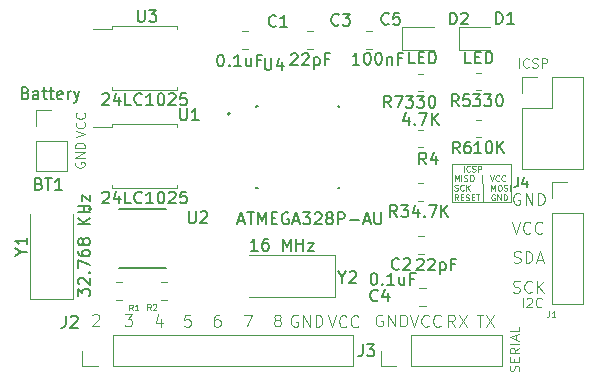
<source format=gto>
%TF.GenerationSoftware,KiCad,Pcbnew,7.0.11-rc3*%
%TF.CreationDate,2024-07-02T00:11:53+05:30*%
%TF.ProjectId,MCUdatalogger_V1,4d435564-6174-4616-9c6f-676765725f56,rev?*%
%TF.SameCoordinates,Original*%
%TF.FileFunction,Legend,Top*%
%TF.FilePolarity,Positive*%
%FSLAX46Y46*%
G04 Gerber Fmt 4.6, Leading zero omitted, Abs format (unit mm)*
G04 Created by KiCad (PCBNEW 7.0.11-rc3) date 2024-07-02 00:11:53*
%MOMM*%
%LPD*%
G01*
G04 APERTURE LIST*
%ADD10C,0.125000*%
%ADD11C,0.100000*%
%ADD12C,0.150000*%
%ADD13C,0.062500*%
%ADD14C,0.120000*%
%ADD15C,0.127000*%
%ADD16C,0.200000*%
G04 APERTURE END LIST*
D10*
X82073690Y-57718240D02*
X82035595Y-57794430D01*
X82035595Y-57794430D02*
X82035595Y-57908716D01*
X82035595Y-57908716D02*
X82073690Y-58023002D01*
X82073690Y-58023002D02*
X82149880Y-58099192D01*
X82149880Y-58099192D02*
X82226071Y-58137287D01*
X82226071Y-58137287D02*
X82378452Y-58175383D01*
X82378452Y-58175383D02*
X82492738Y-58175383D01*
X82492738Y-58175383D02*
X82645119Y-58137287D01*
X82645119Y-58137287D02*
X82721309Y-58099192D01*
X82721309Y-58099192D02*
X82797500Y-58023002D01*
X82797500Y-58023002D02*
X82835595Y-57908716D01*
X82835595Y-57908716D02*
X82835595Y-57832525D01*
X82835595Y-57832525D02*
X82797500Y-57718240D01*
X82797500Y-57718240D02*
X82759404Y-57680144D01*
X82759404Y-57680144D02*
X82492738Y-57680144D01*
X82492738Y-57680144D02*
X82492738Y-57832525D01*
X82835595Y-57337287D02*
X82035595Y-57337287D01*
X82035595Y-57337287D02*
X82835595Y-56880144D01*
X82835595Y-56880144D02*
X82035595Y-56880144D01*
X82835595Y-56499192D02*
X82035595Y-56499192D01*
X82035595Y-56499192D02*
X82035595Y-56308716D01*
X82035595Y-56308716D02*
X82073690Y-56194430D01*
X82073690Y-56194430D02*
X82149880Y-56118240D01*
X82149880Y-56118240D02*
X82226071Y-56080145D01*
X82226071Y-56080145D02*
X82378452Y-56042049D01*
X82378452Y-56042049D02*
X82492738Y-56042049D01*
X82492738Y-56042049D02*
X82645119Y-56080145D01*
X82645119Y-56080145D02*
X82721309Y-56118240D01*
X82721309Y-56118240D02*
X82797500Y-56194430D01*
X82797500Y-56194430D02*
X82835595Y-56308716D01*
X82835595Y-56308716D02*
X82835595Y-56499192D01*
X82085595Y-55576573D02*
X82885595Y-55309906D01*
X82885595Y-55309906D02*
X82085595Y-55043240D01*
X82809404Y-54319430D02*
X82847500Y-54357526D01*
X82847500Y-54357526D02*
X82885595Y-54471811D01*
X82885595Y-54471811D02*
X82885595Y-54548002D01*
X82885595Y-54548002D02*
X82847500Y-54662288D01*
X82847500Y-54662288D02*
X82771309Y-54738478D01*
X82771309Y-54738478D02*
X82695119Y-54776573D01*
X82695119Y-54776573D02*
X82542738Y-54814669D01*
X82542738Y-54814669D02*
X82428452Y-54814669D01*
X82428452Y-54814669D02*
X82276071Y-54776573D01*
X82276071Y-54776573D02*
X82199880Y-54738478D01*
X82199880Y-54738478D02*
X82123690Y-54662288D01*
X82123690Y-54662288D02*
X82085595Y-54548002D01*
X82085595Y-54548002D02*
X82085595Y-54471811D01*
X82085595Y-54471811D02*
X82123690Y-54357526D01*
X82123690Y-54357526D02*
X82161785Y-54319430D01*
X82809404Y-53519430D02*
X82847500Y-53557526D01*
X82847500Y-53557526D02*
X82885595Y-53671811D01*
X82885595Y-53671811D02*
X82885595Y-53748002D01*
X82885595Y-53748002D02*
X82847500Y-53862288D01*
X82847500Y-53862288D02*
X82771309Y-53938478D01*
X82771309Y-53938478D02*
X82695119Y-53976573D01*
X82695119Y-53976573D02*
X82542738Y-54014669D01*
X82542738Y-54014669D02*
X82428452Y-54014669D01*
X82428452Y-54014669D02*
X82276071Y-53976573D01*
X82276071Y-53976573D02*
X82199880Y-53938478D01*
X82199880Y-53938478D02*
X82123690Y-53862288D01*
X82123690Y-53862288D02*
X82085595Y-53748002D01*
X82085595Y-53748002D02*
X82085595Y-53671811D01*
X82085595Y-53671811D02*
X82123690Y-53557526D01*
X82123690Y-53557526D02*
X82161785Y-53519430D01*
D11*
X113927500Y-57835000D02*
X118952500Y-57835000D01*
X118952500Y-61110000D01*
X113927500Y-61110000D01*
X113927500Y-57835000D01*
X114924240Y-58503609D02*
X114924240Y-58003609D01*
X115448049Y-58455990D02*
X115424240Y-58479800D01*
X115424240Y-58479800D02*
X115352811Y-58503609D01*
X115352811Y-58503609D02*
X115305192Y-58503609D01*
X115305192Y-58503609D02*
X115233764Y-58479800D01*
X115233764Y-58479800D02*
X115186145Y-58432180D01*
X115186145Y-58432180D02*
X115162335Y-58384561D01*
X115162335Y-58384561D02*
X115138526Y-58289323D01*
X115138526Y-58289323D02*
X115138526Y-58217895D01*
X115138526Y-58217895D02*
X115162335Y-58122657D01*
X115162335Y-58122657D02*
X115186145Y-58075038D01*
X115186145Y-58075038D02*
X115233764Y-58027419D01*
X115233764Y-58027419D02*
X115305192Y-58003609D01*
X115305192Y-58003609D02*
X115352811Y-58003609D01*
X115352811Y-58003609D02*
X115424240Y-58027419D01*
X115424240Y-58027419D02*
X115448049Y-58051228D01*
X115638526Y-58479800D02*
X115709954Y-58503609D01*
X115709954Y-58503609D02*
X115829002Y-58503609D01*
X115829002Y-58503609D02*
X115876621Y-58479800D01*
X115876621Y-58479800D02*
X115900430Y-58455990D01*
X115900430Y-58455990D02*
X115924240Y-58408371D01*
X115924240Y-58408371D02*
X115924240Y-58360752D01*
X115924240Y-58360752D02*
X115900430Y-58313133D01*
X115900430Y-58313133D02*
X115876621Y-58289323D01*
X115876621Y-58289323D02*
X115829002Y-58265514D01*
X115829002Y-58265514D02*
X115733764Y-58241704D01*
X115733764Y-58241704D02*
X115686145Y-58217895D01*
X115686145Y-58217895D02*
X115662335Y-58194085D01*
X115662335Y-58194085D02*
X115638526Y-58146466D01*
X115638526Y-58146466D02*
X115638526Y-58098847D01*
X115638526Y-58098847D02*
X115662335Y-58051228D01*
X115662335Y-58051228D02*
X115686145Y-58027419D01*
X115686145Y-58027419D02*
X115733764Y-58003609D01*
X115733764Y-58003609D02*
X115852811Y-58003609D01*
X115852811Y-58003609D02*
X115924240Y-58027419D01*
X116138525Y-58503609D02*
X116138525Y-58003609D01*
X116138525Y-58003609D02*
X116329001Y-58003609D01*
X116329001Y-58003609D02*
X116376620Y-58027419D01*
X116376620Y-58027419D02*
X116400430Y-58051228D01*
X116400430Y-58051228D02*
X116424239Y-58098847D01*
X116424239Y-58098847D02*
X116424239Y-58170276D01*
X116424239Y-58170276D02*
X116400430Y-58217895D01*
X116400430Y-58217895D02*
X116376620Y-58241704D01*
X116376620Y-58241704D02*
X116329001Y-58265514D01*
X116329001Y-58265514D02*
X116138525Y-58265514D01*
X114162336Y-59308609D02*
X114162336Y-58808609D01*
X114162336Y-58808609D02*
X114329003Y-59165752D01*
X114329003Y-59165752D02*
X114495669Y-58808609D01*
X114495669Y-58808609D02*
X114495669Y-59308609D01*
X114733765Y-59308609D02*
X114733765Y-58808609D01*
X114948051Y-59284800D02*
X115019479Y-59308609D01*
X115019479Y-59308609D02*
X115138527Y-59308609D01*
X115138527Y-59308609D02*
X115186146Y-59284800D01*
X115186146Y-59284800D02*
X115209955Y-59260990D01*
X115209955Y-59260990D02*
X115233765Y-59213371D01*
X115233765Y-59213371D02*
X115233765Y-59165752D01*
X115233765Y-59165752D02*
X115209955Y-59118133D01*
X115209955Y-59118133D02*
X115186146Y-59094323D01*
X115186146Y-59094323D02*
X115138527Y-59070514D01*
X115138527Y-59070514D02*
X115043289Y-59046704D01*
X115043289Y-59046704D02*
X114995670Y-59022895D01*
X114995670Y-59022895D02*
X114971860Y-58999085D01*
X114971860Y-58999085D02*
X114948051Y-58951466D01*
X114948051Y-58951466D02*
X114948051Y-58903847D01*
X114948051Y-58903847D02*
X114971860Y-58856228D01*
X114971860Y-58856228D02*
X114995670Y-58832419D01*
X114995670Y-58832419D02*
X115043289Y-58808609D01*
X115043289Y-58808609D02*
X115162336Y-58808609D01*
X115162336Y-58808609D02*
X115233765Y-58832419D01*
X115543288Y-58808609D02*
X115638526Y-58808609D01*
X115638526Y-58808609D02*
X115686145Y-58832419D01*
X115686145Y-58832419D02*
X115733764Y-58880038D01*
X115733764Y-58880038D02*
X115757574Y-58975276D01*
X115757574Y-58975276D02*
X115757574Y-59141942D01*
X115757574Y-59141942D02*
X115733764Y-59237180D01*
X115733764Y-59237180D02*
X115686145Y-59284800D01*
X115686145Y-59284800D02*
X115638526Y-59308609D01*
X115638526Y-59308609D02*
X115543288Y-59308609D01*
X115543288Y-59308609D02*
X115495669Y-59284800D01*
X115495669Y-59284800D02*
X115448050Y-59237180D01*
X115448050Y-59237180D02*
X115424241Y-59141942D01*
X115424241Y-59141942D02*
X115424241Y-58975276D01*
X115424241Y-58975276D02*
X115448050Y-58880038D01*
X115448050Y-58880038D02*
X115495669Y-58832419D01*
X115495669Y-58832419D02*
X115543288Y-58808609D01*
X116471860Y-59475276D02*
X116471860Y-58760990D01*
X117138526Y-58808609D02*
X117305192Y-59308609D01*
X117305192Y-59308609D02*
X117471859Y-58808609D01*
X117924239Y-59260990D02*
X117900430Y-59284800D01*
X117900430Y-59284800D02*
X117829001Y-59308609D01*
X117829001Y-59308609D02*
X117781382Y-59308609D01*
X117781382Y-59308609D02*
X117709954Y-59284800D01*
X117709954Y-59284800D02*
X117662335Y-59237180D01*
X117662335Y-59237180D02*
X117638525Y-59189561D01*
X117638525Y-59189561D02*
X117614716Y-59094323D01*
X117614716Y-59094323D02*
X117614716Y-59022895D01*
X117614716Y-59022895D02*
X117638525Y-58927657D01*
X117638525Y-58927657D02*
X117662335Y-58880038D01*
X117662335Y-58880038D02*
X117709954Y-58832419D01*
X117709954Y-58832419D02*
X117781382Y-58808609D01*
X117781382Y-58808609D02*
X117829001Y-58808609D01*
X117829001Y-58808609D02*
X117900430Y-58832419D01*
X117900430Y-58832419D02*
X117924239Y-58856228D01*
X118424239Y-59260990D02*
X118400430Y-59284800D01*
X118400430Y-59284800D02*
X118329001Y-59308609D01*
X118329001Y-59308609D02*
X118281382Y-59308609D01*
X118281382Y-59308609D02*
X118209954Y-59284800D01*
X118209954Y-59284800D02*
X118162335Y-59237180D01*
X118162335Y-59237180D02*
X118138525Y-59189561D01*
X118138525Y-59189561D02*
X118114716Y-59094323D01*
X118114716Y-59094323D02*
X118114716Y-59022895D01*
X118114716Y-59022895D02*
X118138525Y-58927657D01*
X118138525Y-58927657D02*
X118162335Y-58880038D01*
X118162335Y-58880038D02*
X118209954Y-58832419D01*
X118209954Y-58832419D02*
X118281382Y-58808609D01*
X118281382Y-58808609D02*
X118329001Y-58808609D01*
X118329001Y-58808609D02*
X118400430Y-58832419D01*
X118400430Y-58832419D02*
X118424239Y-58856228D01*
X114138527Y-60089800D02*
X114209955Y-60113609D01*
X114209955Y-60113609D02*
X114329003Y-60113609D01*
X114329003Y-60113609D02*
X114376622Y-60089800D01*
X114376622Y-60089800D02*
X114400431Y-60065990D01*
X114400431Y-60065990D02*
X114424241Y-60018371D01*
X114424241Y-60018371D02*
X114424241Y-59970752D01*
X114424241Y-59970752D02*
X114400431Y-59923133D01*
X114400431Y-59923133D02*
X114376622Y-59899323D01*
X114376622Y-59899323D02*
X114329003Y-59875514D01*
X114329003Y-59875514D02*
X114233765Y-59851704D01*
X114233765Y-59851704D02*
X114186146Y-59827895D01*
X114186146Y-59827895D02*
X114162336Y-59804085D01*
X114162336Y-59804085D02*
X114138527Y-59756466D01*
X114138527Y-59756466D02*
X114138527Y-59708847D01*
X114138527Y-59708847D02*
X114162336Y-59661228D01*
X114162336Y-59661228D02*
X114186146Y-59637419D01*
X114186146Y-59637419D02*
X114233765Y-59613609D01*
X114233765Y-59613609D02*
X114352812Y-59613609D01*
X114352812Y-59613609D02*
X114424241Y-59637419D01*
X114924240Y-60065990D02*
X114900431Y-60089800D01*
X114900431Y-60089800D02*
X114829002Y-60113609D01*
X114829002Y-60113609D02*
X114781383Y-60113609D01*
X114781383Y-60113609D02*
X114709955Y-60089800D01*
X114709955Y-60089800D02*
X114662336Y-60042180D01*
X114662336Y-60042180D02*
X114638526Y-59994561D01*
X114638526Y-59994561D02*
X114614717Y-59899323D01*
X114614717Y-59899323D02*
X114614717Y-59827895D01*
X114614717Y-59827895D02*
X114638526Y-59732657D01*
X114638526Y-59732657D02*
X114662336Y-59685038D01*
X114662336Y-59685038D02*
X114709955Y-59637419D01*
X114709955Y-59637419D02*
X114781383Y-59613609D01*
X114781383Y-59613609D02*
X114829002Y-59613609D01*
X114829002Y-59613609D02*
X114900431Y-59637419D01*
X114900431Y-59637419D02*
X114924240Y-59661228D01*
X115138526Y-60113609D02*
X115138526Y-59613609D01*
X115424240Y-60113609D02*
X115209955Y-59827895D01*
X115424240Y-59613609D02*
X115138526Y-59899323D01*
X116519478Y-60280276D02*
X116519478Y-59565990D01*
X117257572Y-60113609D02*
X117257572Y-59613609D01*
X117257572Y-59613609D02*
X117424239Y-59970752D01*
X117424239Y-59970752D02*
X117590905Y-59613609D01*
X117590905Y-59613609D02*
X117590905Y-60113609D01*
X117924239Y-59613609D02*
X118019477Y-59613609D01*
X118019477Y-59613609D02*
X118067096Y-59637419D01*
X118067096Y-59637419D02*
X118114715Y-59685038D01*
X118114715Y-59685038D02*
X118138525Y-59780276D01*
X118138525Y-59780276D02*
X118138525Y-59946942D01*
X118138525Y-59946942D02*
X118114715Y-60042180D01*
X118114715Y-60042180D02*
X118067096Y-60089800D01*
X118067096Y-60089800D02*
X118019477Y-60113609D01*
X118019477Y-60113609D02*
X117924239Y-60113609D01*
X117924239Y-60113609D02*
X117876620Y-60089800D01*
X117876620Y-60089800D02*
X117829001Y-60042180D01*
X117829001Y-60042180D02*
X117805192Y-59946942D01*
X117805192Y-59946942D02*
X117805192Y-59780276D01*
X117805192Y-59780276D02*
X117829001Y-59685038D01*
X117829001Y-59685038D02*
X117876620Y-59637419D01*
X117876620Y-59637419D02*
X117924239Y-59613609D01*
X118329002Y-60089800D02*
X118400430Y-60113609D01*
X118400430Y-60113609D02*
X118519478Y-60113609D01*
X118519478Y-60113609D02*
X118567097Y-60089800D01*
X118567097Y-60089800D02*
X118590906Y-60065990D01*
X118590906Y-60065990D02*
X118614716Y-60018371D01*
X118614716Y-60018371D02*
X118614716Y-59970752D01*
X118614716Y-59970752D02*
X118590906Y-59923133D01*
X118590906Y-59923133D02*
X118567097Y-59899323D01*
X118567097Y-59899323D02*
X118519478Y-59875514D01*
X118519478Y-59875514D02*
X118424240Y-59851704D01*
X118424240Y-59851704D02*
X118376621Y-59827895D01*
X118376621Y-59827895D02*
X118352811Y-59804085D01*
X118352811Y-59804085D02*
X118329002Y-59756466D01*
X118329002Y-59756466D02*
X118329002Y-59708847D01*
X118329002Y-59708847D02*
X118352811Y-59661228D01*
X118352811Y-59661228D02*
X118376621Y-59637419D01*
X118376621Y-59637419D02*
X118424240Y-59613609D01*
X118424240Y-59613609D02*
X118543287Y-59613609D01*
X118543287Y-59613609D02*
X118614716Y-59637419D01*
X118829001Y-60113609D02*
X118829001Y-59613609D01*
X114448050Y-60918609D02*
X114281384Y-60680514D01*
X114162336Y-60918609D02*
X114162336Y-60418609D01*
X114162336Y-60418609D02*
X114352812Y-60418609D01*
X114352812Y-60418609D02*
X114400431Y-60442419D01*
X114400431Y-60442419D02*
X114424241Y-60466228D01*
X114424241Y-60466228D02*
X114448050Y-60513847D01*
X114448050Y-60513847D02*
X114448050Y-60585276D01*
X114448050Y-60585276D02*
X114424241Y-60632895D01*
X114424241Y-60632895D02*
X114400431Y-60656704D01*
X114400431Y-60656704D02*
X114352812Y-60680514D01*
X114352812Y-60680514D02*
X114162336Y-60680514D01*
X114662336Y-60656704D02*
X114829003Y-60656704D01*
X114900431Y-60918609D02*
X114662336Y-60918609D01*
X114662336Y-60918609D02*
X114662336Y-60418609D01*
X114662336Y-60418609D02*
X114900431Y-60418609D01*
X115090908Y-60894800D02*
X115162336Y-60918609D01*
X115162336Y-60918609D02*
X115281384Y-60918609D01*
X115281384Y-60918609D02*
X115329003Y-60894800D01*
X115329003Y-60894800D02*
X115352812Y-60870990D01*
X115352812Y-60870990D02*
X115376622Y-60823371D01*
X115376622Y-60823371D02*
X115376622Y-60775752D01*
X115376622Y-60775752D02*
X115352812Y-60728133D01*
X115352812Y-60728133D02*
X115329003Y-60704323D01*
X115329003Y-60704323D02*
X115281384Y-60680514D01*
X115281384Y-60680514D02*
X115186146Y-60656704D01*
X115186146Y-60656704D02*
X115138527Y-60632895D01*
X115138527Y-60632895D02*
X115114717Y-60609085D01*
X115114717Y-60609085D02*
X115090908Y-60561466D01*
X115090908Y-60561466D02*
X115090908Y-60513847D01*
X115090908Y-60513847D02*
X115114717Y-60466228D01*
X115114717Y-60466228D02*
X115138527Y-60442419D01*
X115138527Y-60442419D02*
X115186146Y-60418609D01*
X115186146Y-60418609D02*
X115305193Y-60418609D01*
X115305193Y-60418609D02*
X115376622Y-60442419D01*
X115590907Y-60656704D02*
X115757574Y-60656704D01*
X115829002Y-60918609D02*
X115590907Y-60918609D01*
X115590907Y-60918609D02*
X115590907Y-60418609D01*
X115590907Y-60418609D02*
X115829002Y-60418609D01*
X115971860Y-60418609D02*
X116257574Y-60418609D01*
X116114717Y-60918609D02*
X116114717Y-60418609D01*
X116543288Y-61085276D02*
X116543288Y-60370990D01*
X117543287Y-60442419D02*
X117495668Y-60418609D01*
X117495668Y-60418609D02*
X117424239Y-60418609D01*
X117424239Y-60418609D02*
X117352811Y-60442419D01*
X117352811Y-60442419D02*
X117305192Y-60490038D01*
X117305192Y-60490038D02*
X117281382Y-60537657D01*
X117281382Y-60537657D02*
X117257573Y-60632895D01*
X117257573Y-60632895D02*
X117257573Y-60704323D01*
X117257573Y-60704323D02*
X117281382Y-60799561D01*
X117281382Y-60799561D02*
X117305192Y-60847180D01*
X117305192Y-60847180D02*
X117352811Y-60894800D01*
X117352811Y-60894800D02*
X117424239Y-60918609D01*
X117424239Y-60918609D02*
X117471858Y-60918609D01*
X117471858Y-60918609D02*
X117543287Y-60894800D01*
X117543287Y-60894800D02*
X117567096Y-60870990D01*
X117567096Y-60870990D02*
X117567096Y-60704323D01*
X117567096Y-60704323D02*
X117471858Y-60704323D01*
X117781382Y-60918609D02*
X117781382Y-60418609D01*
X117781382Y-60418609D02*
X118067096Y-60918609D01*
X118067096Y-60918609D02*
X118067096Y-60418609D01*
X118305192Y-60918609D02*
X118305192Y-60418609D01*
X118305192Y-60418609D02*
X118424240Y-60418609D01*
X118424240Y-60418609D02*
X118495668Y-60442419D01*
X118495668Y-60442419D02*
X118543287Y-60490038D01*
X118543287Y-60490038D02*
X118567097Y-60537657D01*
X118567097Y-60537657D02*
X118590906Y-60632895D01*
X118590906Y-60632895D02*
X118590906Y-60704323D01*
X118590906Y-60704323D02*
X118567097Y-60799561D01*
X118567097Y-60799561D02*
X118543287Y-60847180D01*
X118543287Y-60847180D02*
X118495668Y-60894800D01*
X118495668Y-60894800D02*
X118424240Y-60918609D01*
X118424240Y-60918609D02*
X118305192Y-60918609D01*
D10*
X119912712Y-69980595D02*
X119912712Y-69180595D01*
X120255568Y-69256785D02*
X120293664Y-69218690D01*
X120293664Y-69218690D02*
X120369854Y-69180595D01*
X120369854Y-69180595D02*
X120560330Y-69180595D01*
X120560330Y-69180595D02*
X120636521Y-69218690D01*
X120636521Y-69218690D02*
X120674616Y-69256785D01*
X120674616Y-69256785D02*
X120712711Y-69332976D01*
X120712711Y-69332976D02*
X120712711Y-69409166D01*
X120712711Y-69409166D02*
X120674616Y-69523452D01*
X120674616Y-69523452D02*
X120217473Y-69980595D01*
X120217473Y-69980595D02*
X120712711Y-69980595D01*
X121512712Y-69904404D02*
X121474616Y-69942500D01*
X121474616Y-69942500D02*
X121360331Y-69980595D01*
X121360331Y-69980595D02*
X121284140Y-69980595D01*
X121284140Y-69980595D02*
X121169854Y-69942500D01*
X121169854Y-69942500D02*
X121093664Y-69866309D01*
X121093664Y-69866309D02*
X121055569Y-69790119D01*
X121055569Y-69790119D02*
X121017473Y-69637738D01*
X121017473Y-69637738D02*
X121017473Y-69523452D01*
X121017473Y-69523452D02*
X121055569Y-69371071D01*
X121055569Y-69371071D02*
X121093664Y-69294880D01*
X121093664Y-69294880D02*
X121169854Y-69218690D01*
X121169854Y-69218690D02*
X121284140Y-69180595D01*
X121284140Y-69180595D02*
X121360331Y-69180595D01*
X121360331Y-69180595D02*
X121474616Y-69218690D01*
X121474616Y-69218690D02*
X121512712Y-69256785D01*
X118992474Y-62756119D02*
X119325807Y-63756119D01*
X119325807Y-63756119D02*
X119659140Y-62756119D01*
X120563902Y-63660880D02*
X120516283Y-63708500D01*
X120516283Y-63708500D02*
X120373426Y-63756119D01*
X120373426Y-63756119D02*
X120278188Y-63756119D01*
X120278188Y-63756119D02*
X120135331Y-63708500D01*
X120135331Y-63708500D02*
X120040093Y-63613261D01*
X120040093Y-63613261D02*
X119992474Y-63518023D01*
X119992474Y-63518023D02*
X119944855Y-63327547D01*
X119944855Y-63327547D02*
X119944855Y-63184690D01*
X119944855Y-63184690D02*
X119992474Y-62994214D01*
X119992474Y-62994214D02*
X120040093Y-62898976D01*
X120040093Y-62898976D02*
X120135331Y-62803738D01*
X120135331Y-62803738D02*
X120278188Y-62756119D01*
X120278188Y-62756119D02*
X120373426Y-62756119D01*
X120373426Y-62756119D02*
X120516283Y-62803738D01*
X120516283Y-62803738D02*
X120563902Y-62851357D01*
X121563902Y-63660880D02*
X121516283Y-63708500D01*
X121516283Y-63708500D02*
X121373426Y-63756119D01*
X121373426Y-63756119D02*
X121278188Y-63756119D01*
X121278188Y-63756119D02*
X121135331Y-63708500D01*
X121135331Y-63708500D02*
X121040093Y-63613261D01*
X121040093Y-63613261D02*
X120992474Y-63518023D01*
X120992474Y-63518023D02*
X120944855Y-63327547D01*
X120944855Y-63327547D02*
X120944855Y-63184690D01*
X120944855Y-63184690D02*
X120992474Y-62994214D01*
X120992474Y-62994214D02*
X121040093Y-62898976D01*
X121040093Y-62898976D02*
X121135331Y-62803738D01*
X121135331Y-62803738D02*
X121278188Y-62756119D01*
X121278188Y-62756119D02*
X121373426Y-62756119D01*
X121373426Y-62756119D02*
X121516283Y-62803738D01*
X121516283Y-62803738D02*
X121563902Y-62851357D01*
X119572500Y-75400383D02*
X119610595Y-75286097D01*
X119610595Y-75286097D02*
X119610595Y-75095621D01*
X119610595Y-75095621D02*
X119572500Y-75019430D01*
X119572500Y-75019430D02*
X119534404Y-74981335D01*
X119534404Y-74981335D02*
X119458214Y-74943240D01*
X119458214Y-74943240D02*
X119382023Y-74943240D01*
X119382023Y-74943240D02*
X119305833Y-74981335D01*
X119305833Y-74981335D02*
X119267738Y-75019430D01*
X119267738Y-75019430D02*
X119229642Y-75095621D01*
X119229642Y-75095621D02*
X119191547Y-75248002D01*
X119191547Y-75248002D02*
X119153452Y-75324192D01*
X119153452Y-75324192D02*
X119115357Y-75362287D01*
X119115357Y-75362287D02*
X119039166Y-75400383D01*
X119039166Y-75400383D02*
X118962976Y-75400383D01*
X118962976Y-75400383D02*
X118886785Y-75362287D01*
X118886785Y-75362287D02*
X118848690Y-75324192D01*
X118848690Y-75324192D02*
X118810595Y-75248002D01*
X118810595Y-75248002D02*
X118810595Y-75057525D01*
X118810595Y-75057525D02*
X118848690Y-74943240D01*
X119191547Y-74600382D02*
X119191547Y-74333716D01*
X119610595Y-74219430D02*
X119610595Y-74600382D01*
X119610595Y-74600382D02*
X118810595Y-74600382D01*
X118810595Y-74600382D02*
X118810595Y-74219430D01*
X119610595Y-73419429D02*
X119229642Y-73686096D01*
X119610595Y-73876572D02*
X118810595Y-73876572D01*
X118810595Y-73876572D02*
X118810595Y-73571810D01*
X118810595Y-73571810D02*
X118848690Y-73495620D01*
X118848690Y-73495620D02*
X118886785Y-73457525D01*
X118886785Y-73457525D02*
X118962976Y-73419429D01*
X118962976Y-73419429D02*
X119077261Y-73419429D01*
X119077261Y-73419429D02*
X119153452Y-73457525D01*
X119153452Y-73457525D02*
X119191547Y-73495620D01*
X119191547Y-73495620D02*
X119229642Y-73571810D01*
X119229642Y-73571810D02*
X119229642Y-73876572D01*
X119610595Y-73076572D02*
X118810595Y-73076572D01*
X119382023Y-72733716D02*
X119382023Y-72352763D01*
X119610595Y-72809906D02*
X118810595Y-72543239D01*
X118810595Y-72543239D02*
X119610595Y-72276573D01*
X119610595Y-71628954D02*
X119610595Y-72009906D01*
X119610595Y-72009906D02*
X118810595Y-72009906D01*
X100859140Y-70678738D02*
X100763902Y-70631119D01*
X100763902Y-70631119D02*
X100621045Y-70631119D01*
X100621045Y-70631119D02*
X100478188Y-70678738D01*
X100478188Y-70678738D02*
X100382950Y-70773976D01*
X100382950Y-70773976D02*
X100335331Y-70869214D01*
X100335331Y-70869214D02*
X100287712Y-71059690D01*
X100287712Y-71059690D02*
X100287712Y-71202547D01*
X100287712Y-71202547D02*
X100335331Y-71393023D01*
X100335331Y-71393023D02*
X100382950Y-71488261D01*
X100382950Y-71488261D02*
X100478188Y-71583500D01*
X100478188Y-71583500D02*
X100621045Y-71631119D01*
X100621045Y-71631119D02*
X100716283Y-71631119D01*
X100716283Y-71631119D02*
X100859140Y-71583500D01*
X100859140Y-71583500D02*
X100906759Y-71535880D01*
X100906759Y-71535880D02*
X100906759Y-71202547D01*
X100906759Y-71202547D02*
X100716283Y-71202547D01*
X101335331Y-71631119D02*
X101335331Y-70631119D01*
X101335331Y-70631119D02*
X101906759Y-71631119D01*
X101906759Y-71631119D02*
X101906759Y-70631119D01*
X102382950Y-71631119D02*
X102382950Y-70631119D01*
X102382950Y-70631119D02*
X102621045Y-70631119D01*
X102621045Y-70631119D02*
X102763902Y-70678738D01*
X102763902Y-70678738D02*
X102859140Y-70773976D01*
X102859140Y-70773976D02*
X102906759Y-70869214D01*
X102906759Y-70869214D02*
X102954378Y-71059690D01*
X102954378Y-71059690D02*
X102954378Y-71202547D01*
X102954378Y-71202547D02*
X102906759Y-71393023D01*
X102906759Y-71393023D02*
X102859140Y-71488261D01*
X102859140Y-71488261D02*
X102763902Y-71583500D01*
X102763902Y-71583500D02*
X102621045Y-71631119D01*
X102621045Y-71631119D02*
X102382950Y-71631119D01*
X89313902Y-70964452D02*
X89313902Y-71631119D01*
X89075807Y-70583500D02*
X88837712Y-71297785D01*
X88837712Y-71297785D02*
X89456759Y-71297785D01*
X108034140Y-70653738D02*
X107938902Y-70606119D01*
X107938902Y-70606119D02*
X107796045Y-70606119D01*
X107796045Y-70606119D02*
X107653188Y-70653738D01*
X107653188Y-70653738D02*
X107557950Y-70748976D01*
X107557950Y-70748976D02*
X107510331Y-70844214D01*
X107510331Y-70844214D02*
X107462712Y-71034690D01*
X107462712Y-71034690D02*
X107462712Y-71177547D01*
X107462712Y-71177547D02*
X107510331Y-71368023D01*
X107510331Y-71368023D02*
X107557950Y-71463261D01*
X107557950Y-71463261D02*
X107653188Y-71558500D01*
X107653188Y-71558500D02*
X107796045Y-71606119D01*
X107796045Y-71606119D02*
X107891283Y-71606119D01*
X107891283Y-71606119D02*
X108034140Y-71558500D01*
X108034140Y-71558500D02*
X108081759Y-71510880D01*
X108081759Y-71510880D02*
X108081759Y-71177547D01*
X108081759Y-71177547D02*
X107891283Y-71177547D01*
X108510331Y-71606119D02*
X108510331Y-70606119D01*
X108510331Y-70606119D02*
X109081759Y-71606119D01*
X109081759Y-71606119D02*
X109081759Y-70606119D01*
X109557950Y-71606119D02*
X109557950Y-70606119D01*
X109557950Y-70606119D02*
X109796045Y-70606119D01*
X109796045Y-70606119D02*
X109938902Y-70653738D01*
X109938902Y-70653738D02*
X110034140Y-70748976D01*
X110034140Y-70748976D02*
X110081759Y-70844214D01*
X110081759Y-70844214D02*
X110129378Y-71034690D01*
X110129378Y-71034690D02*
X110129378Y-71177547D01*
X110129378Y-71177547D02*
X110081759Y-71368023D01*
X110081759Y-71368023D02*
X110034140Y-71463261D01*
X110034140Y-71463261D02*
X109938902Y-71558500D01*
X109938902Y-71558500D02*
X109796045Y-71606119D01*
X109796045Y-71606119D02*
X109557950Y-71606119D01*
X83487712Y-70676357D02*
X83535331Y-70628738D01*
X83535331Y-70628738D02*
X83630569Y-70581119D01*
X83630569Y-70581119D02*
X83868664Y-70581119D01*
X83868664Y-70581119D02*
X83963902Y-70628738D01*
X83963902Y-70628738D02*
X84011521Y-70676357D01*
X84011521Y-70676357D02*
X84059140Y-70771595D01*
X84059140Y-70771595D02*
X84059140Y-70866833D01*
X84059140Y-70866833D02*
X84011521Y-71009690D01*
X84011521Y-71009690D02*
X83440093Y-71581119D01*
X83440093Y-71581119D02*
X84059140Y-71581119D01*
X94238902Y-70631119D02*
X94048426Y-70631119D01*
X94048426Y-70631119D02*
X93953188Y-70678738D01*
X93953188Y-70678738D02*
X93905569Y-70726357D01*
X93905569Y-70726357D02*
X93810331Y-70869214D01*
X93810331Y-70869214D02*
X93762712Y-71059690D01*
X93762712Y-71059690D02*
X93762712Y-71440642D01*
X93762712Y-71440642D02*
X93810331Y-71535880D01*
X93810331Y-71535880D02*
X93857950Y-71583500D01*
X93857950Y-71583500D02*
X93953188Y-71631119D01*
X93953188Y-71631119D02*
X94143664Y-71631119D01*
X94143664Y-71631119D02*
X94238902Y-71583500D01*
X94238902Y-71583500D02*
X94286521Y-71535880D01*
X94286521Y-71535880D02*
X94334140Y-71440642D01*
X94334140Y-71440642D02*
X94334140Y-71202547D01*
X94334140Y-71202547D02*
X94286521Y-71107309D01*
X94286521Y-71107309D02*
X94238902Y-71059690D01*
X94238902Y-71059690D02*
X94143664Y-71012071D01*
X94143664Y-71012071D02*
X93953188Y-71012071D01*
X93953188Y-71012071D02*
X93857950Y-71059690D01*
X93857950Y-71059690D02*
X93810331Y-71107309D01*
X93810331Y-71107309D02*
X93762712Y-71202547D01*
X91761521Y-70631119D02*
X91285331Y-70631119D01*
X91285331Y-70631119D02*
X91237712Y-71107309D01*
X91237712Y-71107309D02*
X91285331Y-71059690D01*
X91285331Y-71059690D02*
X91380569Y-71012071D01*
X91380569Y-71012071D02*
X91618664Y-71012071D01*
X91618664Y-71012071D02*
X91713902Y-71059690D01*
X91713902Y-71059690D02*
X91761521Y-71107309D01*
X91761521Y-71107309D02*
X91809140Y-71202547D01*
X91809140Y-71202547D02*
X91809140Y-71440642D01*
X91809140Y-71440642D02*
X91761521Y-71535880D01*
X91761521Y-71535880D02*
X91713902Y-71583500D01*
X91713902Y-71583500D02*
X91618664Y-71631119D01*
X91618664Y-71631119D02*
X91380569Y-71631119D01*
X91380569Y-71631119D02*
X91285331Y-71583500D01*
X91285331Y-71583500D02*
X91237712Y-71535880D01*
X119162712Y-66183500D02*
X119305569Y-66231119D01*
X119305569Y-66231119D02*
X119543664Y-66231119D01*
X119543664Y-66231119D02*
X119638902Y-66183500D01*
X119638902Y-66183500D02*
X119686521Y-66135880D01*
X119686521Y-66135880D02*
X119734140Y-66040642D01*
X119734140Y-66040642D02*
X119734140Y-65945404D01*
X119734140Y-65945404D02*
X119686521Y-65850166D01*
X119686521Y-65850166D02*
X119638902Y-65802547D01*
X119638902Y-65802547D02*
X119543664Y-65754928D01*
X119543664Y-65754928D02*
X119353188Y-65707309D01*
X119353188Y-65707309D02*
X119257950Y-65659690D01*
X119257950Y-65659690D02*
X119210331Y-65612071D01*
X119210331Y-65612071D02*
X119162712Y-65516833D01*
X119162712Y-65516833D02*
X119162712Y-65421595D01*
X119162712Y-65421595D02*
X119210331Y-65326357D01*
X119210331Y-65326357D02*
X119257950Y-65278738D01*
X119257950Y-65278738D02*
X119353188Y-65231119D01*
X119353188Y-65231119D02*
X119591283Y-65231119D01*
X119591283Y-65231119D02*
X119734140Y-65278738D01*
X120162712Y-66231119D02*
X120162712Y-65231119D01*
X120162712Y-65231119D02*
X120400807Y-65231119D01*
X120400807Y-65231119D02*
X120543664Y-65278738D01*
X120543664Y-65278738D02*
X120638902Y-65373976D01*
X120638902Y-65373976D02*
X120686521Y-65469214D01*
X120686521Y-65469214D02*
X120734140Y-65659690D01*
X120734140Y-65659690D02*
X120734140Y-65802547D01*
X120734140Y-65802547D02*
X120686521Y-65993023D01*
X120686521Y-65993023D02*
X120638902Y-66088261D01*
X120638902Y-66088261D02*
X120543664Y-66183500D01*
X120543664Y-66183500D02*
X120400807Y-66231119D01*
X120400807Y-66231119D02*
X120162712Y-66231119D01*
X121115093Y-65945404D02*
X121591283Y-65945404D01*
X121019855Y-66231119D02*
X121353188Y-65231119D01*
X121353188Y-65231119D02*
X121686521Y-66231119D01*
X99053188Y-71034690D02*
X98957950Y-70987071D01*
X98957950Y-70987071D02*
X98910331Y-70939452D01*
X98910331Y-70939452D02*
X98862712Y-70844214D01*
X98862712Y-70844214D02*
X98862712Y-70796595D01*
X98862712Y-70796595D02*
X98910331Y-70701357D01*
X98910331Y-70701357D02*
X98957950Y-70653738D01*
X98957950Y-70653738D02*
X99053188Y-70606119D01*
X99053188Y-70606119D02*
X99243664Y-70606119D01*
X99243664Y-70606119D02*
X99338902Y-70653738D01*
X99338902Y-70653738D02*
X99386521Y-70701357D01*
X99386521Y-70701357D02*
X99434140Y-70796595D01*
X99434140Y-70796595D02*
X99434140Y-70844214D01*
X99434140Y-70844214D02*
X99386521Y-70939452D01*
X99386521Y-70939452D02*
X99338902Y-70987071D01*
X99338902Y-70987071D02*
X99243664Y-71034690D01*
X99243664Y-71034690D02*
X99053188Y-71034690D01*
X99053188Y-71034690D02*
X98957950Y-71082309D01*
X98957950Y-71082309D02*
X98910331Y-71129928D01*
X98910331Y-71129928D02*
X98862712Y-71225166D01*
X98862712Y-71225166D02*
X98862712Y-71415642D01*
X98862712Y-71415642D02*
X98910331Y-71510880D01*
X98910331Y-71510880D02*
X98957950Y-71558500D01*
X98957950Y-71558500D02*
X99053188Y-71606119D01*
X99053188Y-71606119D02*
X99243664Y-71606119D01*
X99243664Y-71606119D02*
X99338902Y-71558500D01*
X99338902Y-71558500D02*
X99386521Y-71510880D01*
X99386521Y-71510880D02*
X99434140Y-71415642D01*
X99434140Y-71415642D02*
X99434140Y-71225166D01*
X99434140Y-71225166D02*
X99386521Y-71129928D01*
X99386521Y-71129928D02*
X99338902Y-71082309D01*
X99338902Y-71082309D02*
X99243664Y-71034690D01*
X110392474Y-70631119D02*
X110725807Y-71631119D01*
X110725807Y-71631119D02*
X111059140Y-70631119D01*
X111963902Y-71535880D02*
X111916283Y-71583500D01*
X111916283Y-71583500D02*
X111773426Y-71631119D01*
X111773426Y-71631119D02*
X111678188Y-71631119D01*
X111678188Y-71631119D02*
X111535331Y-71583500D01*
X111535331Y-71583500D02*
X111440093Y-71488261D01*
X111440093Y-71488261D02*
X111392474Y-71393023D01*
X111392474Y-71393023D02*
X111344855Y-71202547D01*
X111344855Y-71202547D02*
X111344855Y-71059690D01*
X111344855Y-71059690D02*
X111392474Y-70869214D01*
X111392474Y-70869214D02*
X111440093Y-70773976D01*
X111440093Y-70773976D02*
X111535331Y-70678738D01*
X111535331Y-70678738D02*
X111678188Y-70631119D01*
X111678188Y-70631119D02*
X111773426Y-70631119D01*
X111773426Y-70631119D02*
X111916283Y-70678738D01*
X111916283Y-70678738D02*
X111963902Y-70726357D01*
X112963902Y-71535880D02*
X112916283Y-71583500D01*
X112916283Y-71583500D02*
X112773426Y-71631119D01*
X112773426Y-71631119D02*
X112678188Y-71631119D01*
X112678188Y-71631119D02*
X112535331Y-71583500D01*
X112535331Y-71583500D02*
X112440093Y-71488261D01*
X112440093Y-71488261D02*
X112392474Y-71393023D01*
X112392474Y-71393023D02*
X112344855Y-71202547D01*
X112344855Y-71202547D02*
X112344855Y-71059690D01*
X112344855Y-71059690D02*
X112392474Y-70869214D01*
X112392474Y-70869214D02*
X112440093Y-70773976D01*
X112440093Y-70773976D02*
X112535331Y-70678738D01*
X112535331Y-70678738D02*
X112678188Y-70631119D01*
X112678188Y-70631119D02*
X112773426Y-70631119D01*
X112773426Y-70631119D02*
X112916283Y-70678738D01*
X112916283Y-70678738D02*
X112963902Y-70726357D01*
X119684140Y-60378738D02*
X119588902Y-60331119D01*
X119588902Y-60331119D02*
X119446045Y-60331119D01*
X119446045Y-60331119D02*
X119303188Y-60378738D01*
X119303188Y-60378738D02*
X119207950Y-60473976D01*
X119207950Y-60473976D02*
X119160331Y-60569214D01*
X119160331Y-60569214D02*
X119112712Y-60759690D01*
X119112712Y-60759690D02*
X119112712Y-60902547D01*
X119112712Y-60902547D02*
X119160331Y-61093023D01*
X119160331Y-61093023D02*
X119207950Y-61188261D01*
X119207950Y-61188261D02*
X119303188Y-61283500D01*
X119303188Y-61283500D02*
X119446045Y-61331119D01*
X119446045Y-61331119D02*
X119541283Y-61331119D01*
X119541283Y-61331119D02*
X119684140Y-61283500D01*
X119684140Y-61283500D02*
X119731759Y-61235880D01*
X119731759Y-61235880D02*
X119731759Y-60902547D01*
X119731759Y-60902547D02*
X119541283Y-60902547D01*
X120160331Y-61331119D02*
X120160331Y-60331119D01*
X120160331Y-60331119D02*
X120731759Y-61331119D01*
X120731759Y-61331119D02*
X120731759Y-60331119D01*
X121207950Y-61331119D02*
X121207950Y-60331119D01*
X121207950Y-60331119D02*
X121446045Y-60331119D01*
X121446045Y-60331119D02*
X121588902Y-60378738D01*
X121588902Y-60378738D02*
X121684140Y-60473976D01*
X121684140Y-60473976D02*
X121731759Y-60569214D01*
X121731759Y-60569214D02*
X121779378Y-60759690D01*
X121779378Y-60759690D02*
X121779378Y-60902547D01*
X121779378Y-60902547D02*
X121731759Y-61093023D01*
X121731759Y-61093023D02*
X121684140Y-61188261D01*
X121684140Y-61188261D02*
X121588902Y-61283500D01*
X121588902Y-61283500D02*
X121446045Y-61331119D01*
X121446045Y-61331119D02*
X121207950Y-61331119D01*
X119112712Y-68708500D02*
X119255569Y-68756119D01*
X119255569Y-68756119D02*
X119493664Y-68756119D01*
X119493664Y-68756119D02*
X119588902Y-68708500D01*
X119588902Y-68708500D02*
X119636521Y-68660880D01*
X119636521Y-68660880D02*
X119684140Y-68565642D01*
X119684140Y-68565642D02*
X119684140Y-68470404D01*
X119684140Y-68470404D02*
X119636521Y-68375166D01*
X119636521Y-68375166D02*
X119588902Y-68327547D01*
X119588902Y-68327547D02*
X119493664Y-68279928D01*
X119493664Y-68279928D02*
X119303188Y-68232309D01*
X119303188Y-68232309D02*
X119207950Y-68184690D01*
X119207950Y-68184690D02*
X119160331Y-68137071D01*
X119160331Y-68137071D02*
X119112712Y-68041833D01*
X119112712Y-68041833D02*
X119112712Y-67946595D01*
X119112712Y-67946595D02*
X119160331Y-67851357D01*
X119160331Y-67851357D02*
X119207950Y-67803738D01*
X119207950Y-67803738D02*
X119303188Y-67756119D01*
X119303188Y-67756119D02*
X119541283Y-67756119D01*
X119541283Y-67756119D02*
X119684140Y-67803738D01*
X120684140Y-68660880D02*
X120636521Y-68708500D01*
X120636521Y-68708500D02*
X120493664Y-68756119D01*
X120493664Y-68756119D02*
X120398426Y-68756119D01*
X120398426Y-68756119D02*
X120255569Y-68708500D01*
X120255569Y-68708500D02*
X120160331Y-68613261D01*
X120160331Y-68613261D02*
X120112712Y-68518023D01*
X120112712Y-68518023D02*
X120065093Y-68327547D01*
X120065093Y-68327547D02*
X120065093Y-68184690D01*
X120065093Y-68184690D02*
X120112712Y-67994214D01*
X120112712Y-67994214D02*
X120160331Y-67898976D01*
X120160331Y-67898976D02*
X120255569Y-67803738D01*
X120255569Y-67803738D02*
X120398426Y-67756119D01*
X120398426Y-67756119D02*
X120493664Y-67756119D01*
X120493664Y-67756119D02*
X120636521Y-67803738D01*
X120636521Y-67803738D02*
X120684140Y-67851357D01*
X121112712Y-68756119D02*
X121112712Y-67756119D01*
X121684140Y-68756119D02*
X121255569Y-68184690D01*
X121684140Y-67756119D02*
X121112712Y-68327547D01*
X116017474Y-70631119D02*
X116588902Y-70631119D01*
X116303188Y-71631119D02*
X116303188Y-70631119D01*
X116826998Y-70631119D02*
X117493664Y-71631119D01*
X117493664Y-70631119D02*
X116826998Y-71631119D01*
X114181759Y-71631119D02*
X113848426Y-71154928D01*
X113610331Y-71631119D02*
X113610331Y-70631119D01*
X113610331Y-70631119D02*
X113991283Y-70631119D01*
X113991283Y-70631119D02*
X114086521Y-70678738D01*
X114086521Y-70678738D02*
X114134140Y-70726357D01*
X114134140Y-70726357D02*
X114181759Y-70821595D01*
X114181759Y-70821595D02*
X114181759Y-70964452D01*
X114181759Y-70964452D02*
X114134140Y-71059690D01*
X114134140Y-71059690D02*
X114086521Y-71107309D01*
X114086521Y-71107309D02*
X113991283Y-71154928D01*
X113991283Y-71154928D02*
X113610331Y-71154928D01*
X114515093Y-70631119D02*
X115181759Y-71631119D01*
X115181759Y-70631119D02*
X114515093Y-71631119D01*
X103417474Y-70681119D02*
X103750807Y-71681119D01*
X103750807Y-71681119D02*
X104084140Y-70681119D01*
X104988902Y-71585880D02*
X104941283Y-71633500D01*
X104941283Y-71633500D02*
X104798426Y-71681119D01*
X104798426Y-71681119D02*
X104703188Y-71681119D01*
X104703188Y-71681119D02*
X104560331Y-71633500D01*
X104560331Y-71633500D02*
X104465093Y-71538261D01*
X104465093Y-71538261D02*
X104417474Y-71443023D01*
X104417474Y-71443023D02*
X104369855Y-71252547D01*
X104369855Y-71252547D02*
X104369855Y-71109690D01*
X104369855Y-71109690D02*
X104417474Y-70919214D01*
X104417474Y-70919214D02*
X104465093Y-70823976D01*
X104465093Y-70823976D02*
X104560331Y-70728738D01*
X104560331Y-70728738D02*
X104703188Y-70681119D01*
X104703188Y-70681119D02*
X104798426Y-70681119D01*
X104798426Y-70681119D02*
X104941283Y-70728738D01*
X104941283Y-70728738D02*
X104988902Y-70776357D01*
X105988902Y-71585880D02*
X105941283Y-71633500D01*
X105941283Y-71633500D02*
X105798426Y-71681119D01*
X105798426Y-71681119D02*
X105703188Y-71681119D01*
X105703188Y-71681119D02*
X105560331Y-71633500D01*
X105560331Y-71633500D02*
X105465093Y-71538261D01*
X105465093Y-71538261D02*
X105417474Y-71443023D01*
X105417474Y-71443023D02*
X105369855Y-71252547D01*
X105369855Y-71252547D02*
X105369855Y-71109690D01*
X105369855Y-71109690D02*
X105417474Y-70919214D01*
X105417474Y-70919214D02*
X105465093Y-70823976D01*
X105465093Y-70823976D02*
X105560331Y-70728738D01*
X105560331Y-70728738D02*
X105703188Y-70681119D01*
X105703188Y-70681119D02*
X105798426Y-70681119D01*
X105798426Y-70681119D02*
X105941283Y-70728738D01*
X105941283Y-70728738D02*
X105988902Y-70776357D01*
X119587712Y-49705595D02*
X119587712Y-48905595D01*
X120425807Y-49629404D02*
X120387711Y-49667500D01*
X120387711Y-49667500D02*
X120273426Y-49705595D01*
X120273426Y-49705595D02*
X120197235Y-49705595D01*
X120197235Y-49705595D02*
X120082949Y-49667500D01*
X120082949Y-49667500D02*
X120006759Y-49591309D01*
X120006759Y-49591309D02*
X119968664Y-49515119D01*
X119968664Y-49515119D02*
X119930568Y-49362738D01*
X119930568Y-49362738D02*
X119930568Y-49248452D01*
X119930568Y-49248452D02*
X119968664Y-49096071D01*
X119968664Y-49096071D02*
X120006759Y-49019880D01*
X120006759Y-49019880D02*
X120082949Y-48943690D01*
X120082949Y-48943690D02*
X120197235Y-48905595D01*
X120197235Y-48905595D02*
X120273426Y-48905595D01*
X120273426Y-48905595D02*
X120387711Y-48943690D01*
X120387711Y-48943690D02*
X120425807Y-48981785D01*
X120730568Y-49667500D02*
X120844854Y-49705595D01*
X120844854Y-49705595D02*
X121035330Y-49705595D01*
X121035330Y-49705595D02*
X121111521Y-49667500D01*
X121111521Y-49667500D02*
X121149616Y-49629404D01*
X121149616Y-49629404D02*
X121187711Y-49553214D01*
X121187711Y-49553214D02*
X121187711Y-49477023D01*
X121187711Y-49477023D02*
X121149616Y-49400833D01*
X121149616Y-49400833D02*
X121111521Y-49362738D01*
X121111521Y-49362738D02*
X121035330Y-49324642D01*
X121035330Y-49324642D02*
X120882949Y-49286547D01*
X120882949Y-49286547D02*
X120806759Y-49248452D01*
X120806759Y-49248452D02*
X120768664Y-49210357D01*
X120768664Y-49210357D02*
X120730568Y-49134166D01*
X120730568Y-49134166D02*
X120730568Y-49057976D01*
X120730568Y-49057976D02*
X120768664Y-48981785D01*
X120768664Y-48981785D02*
X120806759Y-48943690D01*
X120806759Y-48943690D02*
X120882949Y-48905595D01*
X120882949Y-48905595D02*
X121073426Y-48905595D01*
X121073426Y-48905595D02*
X121187711Y-48943690D01*
X121530569Y-49705595D02*
X121530569Y-48905595D01*
X121530569Y-48905595D02*
X121835331Y-48905595D01*
X121835331Y-48905595D02*
X121911521Y-48943690D01*
X121911521Y-48943690D02*
X121949616Y-48981785D01*
X121949616Y-48981785D02*
X121987712Y-49057976D01*
X121987712Y-49057976D02*
X121987712Y-49172261D01*
X121987712Y-49172261D02*
X121949616Y-49248452D01*
X121949616Y-49248452D02*
X121911521Y-49286547D01*
X121911521Y-49286547D02*
X121835331Y-49324642D01*
X121835331Y-49324642D02*
X121530569Y-49324642D01*
X96340093Y-70606119D02*
X97006759Y-70606119D01*
X97006759Y-70606119D02*
X96578188Y-71606119D01*
X86215093Y-70581119D02*
X86834140Y-70581119D01*
X86834140Y-70581119D02*
X86500807Y-70962071D01*
X86500807Y-70962071D02*
X86643664Y-70962071D01*
X86643664Y-70962071D02*
X86738902Y-71009690D01*
X86738902Y-71009690D02*
X86786521Y-71057309D01*
X86786521Y-71057309D02*
X86834140Y-71152547D01*
X86834140Y-71152547D02*
X86834140Y-71390642D01*
X86834140Y-71390642D02*
X86786521Y-71485880D01*
X86786521Y-71485880D02*
X86738902Y-71533500D01*
X86738902Y-71533500D02*
X86643664Y-71581119D01*
X86643664Y-71581119D02*
X86357950Y-71581119D01*
X86357950Y-71581119D02*
X86262712Y-71533500D01*
X86262712Y-71533500D02*
X86215093Y-71485880D01*
D12*
X111748333Y-57889819D02*
X111415000Y-57413628D01*
X111176905Y-57889819D02*
X111176905Y-56889819D01*
X111176905Y-56889819D02*
X111557857Y-56889819D01*
X111557857Y-56889819D02*
X111653095Y-56937438D01*
X111653095Y-56937438D02*
X111700714Y-56985057D01*
X111700714Y-56985057D02*
X111748333Y-57080295D01*
X111748333Y-57080295D02*
X111748333Y-57223152D01*
X111748333Y-57223152D02*
X111700714Y-57318390D01*
X111700714Y-57318390D02*
X111653095Y-57366009D01*
X111653095Y-57366009D02*
X111557857Y-57413628D01*
X111557857Y-57413628D02*
X111176905Y-57413628D01*
X112605476Y-57223152D02*
X112605476Y-57889819D01*
X112367381Y-56842200D02*
X112129286Y-57556485D01*
X112129286Y-57556485D02*
X112748333Y-57556485D01*
X110266190Y-53863152D02*
X110266190Y-54529819D01*
X110028095Y-53482200D02*
X109790000Y-54196485D01*
X109790000Y-54196485D02*
X110409047Y-54196485D01*
X110790000Y-54434580D02*
X110837619Y-54482200D01*
X110837619Y-54482200D02*
X110790000Y-54529819D01*
X110790000Y-54529819D02*
X110742381Y-54482200D01*
X110742381Y-54482200D02*
X110790000Y-54434580D01*
X110790000Y-54434580D02*
X110790000Y-54529819D01*
X111170952Y-53529819D02*
X111837618Y-53529819D01*
X111837618Y-53529819D02*
X111409047Y-54529819D01*
X112218571Y-54529819D02*
X112218571Y-53529819D01*
X112789999Y-54529819D02*
X112361428Y-53958390D01*
X112789999Y-53529819D02*
X112218571Y-54101247D01*
X90928095Y-53139819D02*
X90928095Y-53949342D01*
X90928095Y-53949342D02*
X90975714Y-54044580D01*
X90975714Y-54044580D02*
X91023333Y-54092200D01*
X91023333Y-54092200D02*
X91118571Y-54139819D01*
X91118571Y-54139819D02*
X91309047Y-54139819D01*
X91309047Y-54139819D02*
X91404285Y-54092200D01*
X91404285Y-54092200D02*
X91451904Y-54044580D01*
X91451904Y-54044580D02*
X91499523Y-53949342D01*
X91499523Y-53949342D02*
X91499523Y-53139819D01*
X92499523Y-54139819D02*
X91928095Y-54139819D01*
X92213809Y-54139819D02*
X92213809Y-53139819D01*
X92213809Y-53139819D02*
X92118571Y-53282676D01*
X92118571Y-53282676D02*
X92023333Y-53377914D01*
X92023333Y-53377914D02*
X91928095Y-53425533D01*
X84333571Y-60290057D02*
X84381190Y-60242438D01*
X84381190Y-60242438D02*
X84476428Y-60194819D01*
X84476428Y-60194819D02*
X84714523Y-60194819D01*
X84714523Y-60194819D02*
X84809761Y-60242438D01*
X84809761Y-60242438D02*
X84857380Y-60290057D01*
X84857380Y-60290057D02*
X84904999Y-60385295D01*
X84904999Y-60385295D02*
X84904999Y-60480533D01*
X84904999Y-60480533D02*
X84857380Y-60623390D01*
X84857380Y-60623390D02*
X84285952Y-61194819D01*
X84285952Y-61194819D02*
X84904999Y-61194819D01*
X85762142Y-60528152D02*
X85762142Y-61194819D01*
X85524047Y-60147200D02*
X85285952Y-60861485D01*
X85285952Y-60861485D02*
X85904999Y-60861485D01*
X86762142Y-61194819D02*
X86285952Y-61194819D01*
X86285952Y-61194819D02*
X86285952Y-60194819D01*
X87666904Y-61099580D02*
X87619285Y-61147200D01*
X87619285Y-61147200D02*
X87476428Y-61194819D01*
X87476428Y-61194819D02*
X87381190Y-61194819D01*
X87381190Y-61194819D02*
X87238333Y-61147200D01*
X87238333Y-61147200D02*
X87143095Y-61051961D01*
X87143095Y-61051961D02*
X87095476Y-60956723D01*
X87095476Y-60956723D02*
X87047857Y-60766247D01*
X87047857Y-60766247D02*
X87047857Y-60623390D01*
X87047857Y-60623390D02*
X87095476Y-60432914D01*
X87095476Y-60432914D02*
X87143095Y-60337676D01*
X87143095Y-60337676D02*
X87238333Y-60242438D01*
X87238333Y-60242438D02*
X87381190Y-60194819D01*
X87381190Y-60194819D02*
X87476428Y-60194819D01*
X87476428Y-60194819D02*
X87619285Y-60242438D01*
X87619285Y-60242438D02*
X87666904Y-60290057D01*
X88619285Y-61194819D02*
X88047857Y-61194819D01*
X88333571Y-61194819D02*
X88333571Y-60194819D01*
X88333571Y-60194819D02*
X88238333Y-60337676D01*
X88238333Y-60337676D02*
X88143095Y-60432914D01*
X88143095Y-60432914D02*
X88047857Y-60480533D01*
X89238333Y-60194819D02*
X89333571Y-60194819D01*
X89333571Y-60194819D02*
X89428809Y-60242438D01*
X89428809Y-60242438D02*
X89476428Y-60290057D01*
X89476428Y-60290057D02*
X89524047Y-60385295D01*
X89524047Y-60385295D02*
X89571666Y-60575771D01*
X89571666Y-60575771D02*
X89571666Y-60813866D01*
X89571666Y-60813866D02*
X89524047Y-61004342D01*
X89524047Y-61004342D02*
X89476428Y-61099580D01*
X89476428Y-61099580D02*
X89428809Y-61147200D01*
X89428809Y-61147200D02*
X89333571Y-61194819D01*
X89333571Y-61194819D02*
X89238333Y-61194819D01*
X89238333Y-61194819D02*
X89143095Y-61147200D01*
X89143095Y-61147200D02*
X89095476Y-61099580D01*
X89095476Y-61099580D02*
X89047857Y-61004342D01*
X89047857Y-61004342D02*
X89000238Y-60813866D01*
X89000238Y-60813866D02*
X89000238Y-60575771D01*
X89000238Y-60575771D02*
X89047857Y-60385295D01*
X89047857Y-60385295D02*
X89095476Y-60290057D01*
X89095476Y-60290057D02*
X89143095Y-60242438D01*
X89143095Y-60242438D02*
X89238333Y-60194819D01*
X89952619Y-60290057D02*
X90000238Y-60242438D01*
X90000238Y-60242438D02*
X90095476Y-60194819D01*
X90095476Y-60194819D02*
X90333571Y-60194819D01*
X90333571Y-60194819D02*
X90428809Y-60242438D01*
X90428809Y-60242438D02*
X90476428Y-60290057D01*
X90476428Y-60290057D02*
X90524047Y-60385295D01*
X90524047Y-60385295D02*
X90524047Y-60480533D01*
X90524047Y-60480533D02*
X90476428Y-60623390D01*
X90476428Y-60623390D02*
X89905000Y-61194819D01*
X89905000Y-61194819D02*
X90524047Y-61194819D01*
X91428809Y-60194819D02*
X90952619Y-60194819D01*
X90952619Y-60194819D02*
X90905000Y-60671009D01*
X90905000Y-60671009D02*
X90952619Y-60623390D01*
X90952619Y-60623390D02*
X91047857Y-60575771D01*
X91047857Y-60575771D02*
X91285952Y-60575771D01*
X91285952Y-60575771D02*
X91381190Y-60623390D01*
X91381190Y-60623390D02*
X91428809Y-60671009D01*
X91428809Y-60671009D02*
X91476428Y-60766247D01*
X91476428Y-60766247D02*
X91476428Y-61004342D01*
X91476428Y-61004342D02*
X91428809Y-61099580D01*
X91428809Y-61099580D02*
X91381190Y-61147200D01*
X91381190Y-61147200D02*
X91285952Y-61194819D01*
X91285952Y-61194819D02*
X91047857Y-61194819D01*
X91047857Y-61194819D02*
X90952619Y-61147200D01*
X90952619Y-61147200D02*
X90905000Y-61099580D01*
D11*
X88431666Y-70211109D02*
X88265000Y-69973014D01*
X88145952Y-70211109D02*
X88145952Y-69711109D01*
X88145952Y-69711109D02*
X88336428Y-69711109D01*
X88336428Y-69711109D02*
X88384047Y-69734919D01*
X88384047Y-69734919D02*
X88407857Y-69758728D01*
X88407857Y-69758728D02*
X88431666Y-69806347D01*
X88431666Y-69806347D02*
X88431666Y-69877776D01*
X88431666Y-69877776D02*
X88407857Y-69925395D01*
X88407857Y-69925395D02*
X88384047Y-69949204D01*
X88384047Y-69949204D02*
X88336428Y-69973014D01*
X88336428Y-69973014D02*
X88145952Y-69973014D01*
X88622143Y-69758728D02*
X88645952Y-69734919D01*
X88645952Y-69734919D02*
X88693571Y-69711109D01*
X88693571Y-69711109D02*
X88812619Y-69711109D01*
X88812619Y-69711109D02*
X88860238Y-69734919D01*
X88860238Y-69734919D02*
X88884047Y-69758728D01*
X88884047Y-69758728D02*
X88907857Y-69806347D01*
X88907857Y-69806347D02*
X88907857Y-69853966D01*
X88907857Y-69853966D02*
X88884047Y-69925395D01*
X88884047Y-69925395D02*
X88598333Y-70211109D01*
X88598333Y-70211109D02*
X88907857Y-70211109D01*
D13*
X122173333Y-70338059D02*
X122173333Y-70695202D01*
X122173333Y-70695202D02*
X122149524Y-70766630D01*
X122149524Y-70766630D02*
X122101905Y-70814250D01*
X122101905Y-70814250D02*
X122030476Y-70838059D01*
X122030476Y-70838059D02*
X121982857Y-70838059D01*
X122673333Y-70838059D02*
X122387619Y-70838059D01*
X122530476Y-70838059D02*
X122530476Y-70338059D01*
X122530476Y-70338059D02*
X122482857Y-70409488D01*
X122482857Y-70409488D02*
X122435238Y-70457107D01*
X122435238Y-70457107D02*
X122387619Y-70480916D01*
D12*
X99023333Y-46144580D02*
X98975714Y-46192200D01*
X98975714Y-46192200D02*
X98832857Y-46239819D01*
X98832857Y-46239819D02*
X98737619Y-46239819D01*
X98737619Y-46239819D02*
X98594762Y-46192200D01*
X98594762Y-46192200D02*
X98499524Y-46096961D01*
X98499524Y-46096961D02*
X98451905Y-46001723D01*
X98451905Y-46001723D02*
X98404286Y-45811247D01*
X98404286Y-45811247D02*
X98404286Y-45668390D01*
X98404286Y-45668390D02*
X98451905Y-45477914D01*
X98451905Y-45477914D02*
X98499524Y-45382676D01*
X98499524Y-45382676D02*
X98594762Y-45287438D01*
X98594762Y-45287438D02*
X98737619Y-45239819D01*
X98737619Y-45239819D02*
X98832857Y-45239819D01*
X98832857Y-45239819D02*
X98975714Y-45287438D01*
X98975714Y-45287438D02*
X99023333Y-45335057D01*
X99975714Y-46239819D02*
X99404286Y-46239819D01*
X99690000Y-46239819D02*
X99690000Y-45239819D01*
X99690000Y-45239819D02*
X99594762Y-45382676D01*
X99594762Y-45382676D02*
X99499524Y-45477914D01*
X99499524Y-45477914D02*
X99404286Y-45525533D01*
X94297143Y-48589819D02*
X94392381Y-48589819D01*
X94392381Y-48589819D02*
X94487619Y-48637438D01*
X94487619Y-48637438D02*
X94535238Y-48685057D01*
X94535238Y-48685057D02*
X94582857Y-48780295D01*
X94582857Y-48780295D02*
X94630476Y-48970771D01*
X94630476Y-48970771D02*
X94630476Y-49208866D01*
X94630476Y-49208866D02*
X94582857Y-49399342D01*
X94582857Y-49399342D02*
X94535238Y-49494580D01*
X94535238Y-49494580D02*
X94487619Y-49542200D01*
X94487619Y-49542200D02*
X94392381Y-49589819D01*
X94392381Y-49589819D02*
X94297143Y-49589819D01*
X94297143Y-49589819D02*
X94201905Y-49542200D01*
X94201905Y-49542200D02*
X94154286Y-49494580D01*
X94154286Y-49494580D02*
X94106667Y-49399342D01*
X94106667Y-49399342D02*
X94059048Y-49208866D01*
X94059048Y-49208866D02*
X94059048Y-48970771D01*
X94059048Y-48970771D02*
X94106667Y-48780295D01*
X94106667Y-48780295D02*
X94154286Y-48685057D01*
X94154286Y-48685057D02*
X94201905Y-48637438D01*
X94201905Y-48637438D02*
X94297143Y-48589819D01*
X95059048Y-49494580D02*
X95106667Y-49542200D01*
X95106667Y-49542200D02*
X95059048Y-49589819D01*
X95059048Y-49589819D02*
X95011429Y-49542200D01*
X95011429Y-49542200D02*
X95059048Y-49494580D01*
X95059048Y-49494580D02*
X95059048Y-49589819D01*
X96059047Y-49589819D02*
X95487619Y-49589819D01*
X95773333Y-49589819D02*
X95773333Y-48589819D01*
X95773333Y-48589819D02*
X95678095Y-48732676D01*
X95678095Y-48732676D02*
X95582857Y-48827914D01*
X95582857Y-48827914D02*
X95487619Y-48875533D01*
X96916190Y-48923152D02*
X96916190Y-49589819D01*
X96487619Y-48923152D02*
X96487619Y-49446961D01*
X96487619Y-49446961D02*
X96535238Y-49542200D01*
X96535238Y-49542200D02*
X96630476Y-49589819D01*
X96630476Y-49589819D02*
X96773333Y-49589819D01*
X96773333Y-49589819D02*
X96868571Y-49542200D01*
X96868571Y-49542200D02*
X96916190Y-49494580D01*
X97725714Y-49066009D02*
X97392381Y-49066009D01*
X97392381Y-49589819D02*
X97392381Y-48589819D01*
X97392381Y-48589819D02*
X97868571Y-48589819D01*
X107648333Y-69394580D02*
X107600714Y-69442200D01*
X107600714Y-69442200D02*
X107457857Y-69489819D01*
X107457857Y-69489819D02*
X107362619Y-69489819D01*
X107362619Y-69489819D02*
X107219762Y-69442200D01*
X107219762Y-69442200D02*
X107124524Y-69346961D01*
X107124524Y-69346961D02*
X107076905Y-69251723D01*
X107076905Y-69251723D02*
X107029286Y-69061247D01*
X107029286Y-69061247D02*
X107029286Y-68918390D01*
X107029286Y-68918390D02*
X107076905Y-68727914D01*
X107076905Y-68727914D02*
X107124524Y-68632676D01*
X107124524Y-68632676D02*
X107219762Y-68537438D01*
X107219762Y-68537438D02*
X107362619Y-68489819D01*
X107362619Y-68489819D02*
X107457857Y-68489819D01*
X107457857Y-68489819D02*
X107600714Y-68537438D01*
X107600714Y-68537438D02*
X107648333Y-68585057D01*
X108505476Y-68823152D02*
X108505476Y-69489819D01*
X108267381Y-68442200D02*
X108029286Y-69156485D01*
X108029286Y-69156485D02*
X108648333Y-69156485D01*
X107272143Y-67089819D02*
X107367381Y-67089819D01*
X107367381Y-67089819D02*
X107462619Y-67137438D01*
X107462619Y-67137438D02*
X107510238Y-67185057D01*
X107510238Y-67185057D02*
X107557857Y-67280295D01*
X107557857Y-67280295D02*
X107605476Y-67470771D01*
X107605476Y-67470771D02*
X107605476Y-67708866D01*
X107605476Y-67708866D02*
X107557857Y-67899342D01*
X107557857Y-67899342D02*
X107510238Y-67994580D01*
X107510238Y-67994580D02*
X107462619Y-68042200D01*
X107462619Y-68042200D02*
X107367381Y-68089819D01*
X107367381Y-68089819D02*
X107272143Y-68089819D01*
X107272143Y-68089819D02*
X107176905Y-68042200D01*
X107176905Y-68042200D02*
X107129286Y-67994580D01*
X107129286Y-67994580D02*
X107081667Y-67899342D01*
X107081667Y-67899342D02*
X107034048Y-67708866D01*
X107034048Y-67708866D02*
X107034048Y-67470771D01*
X107034048Y-67470771D02*
X107081667Y-67280295D01*
X107081667Y-67280295D02*
X107129286Y-67185057D01*
X107129286Y-67185057D02*
X107176905Y-67137438D01*
X107176905Y-67137438D02*
X107272143Y-67089819D01*
X108034048Y-67994580D02*
X108081667Y-68042200D01*
X108081667Y-68042200D02*
X108034048Y-68089819D01*
X108034048Y-68089819D02*
X107986429Y-68042200D01*
X107986429Y-68042200D02*
X108034048Y-67994580D01*
X108034048Y-67994580D02*
X108034048Y-68089819D01*
X109034047Y-68089819D02*
X108462619Y-68089819D01*
X108748333Y-68089819D02*
X108748333Y-67089819D01*
X108748333Y-67089819D02*
X108653095Y-67232676D01*
X108653095Y-67232676D02*
X108557857Y-67327914D01*
X108557857Y-67327914D02*
X108462619Y-67375533D01*
X109891190Y-67423152D02*
X109891190Y-68089819D01*
X109462619Y-67423152D02*
X109462619Y-67946961D01*
X109462619Y-67946961D02*
X109510238Y-68042200D01*
X109510238Y-68042200D02*
X109605476Y-68089819D01*
X109605476Y-68089819D02*
X109748333Y-68089819D01*
X109748333Y-68089819D02*
X109843571Y-68042200D01*
X109843571Y-68042200D02*
X109891190Y-67994580D01*
X110700714Y-67566009D02*
X110367381Y-67566009D01*
X110367381Y-68089819D02*
X110367381Y-67089819D01*
X110367381Y-67089819D02*
X110843571Y-67089819D01*
X117651905Y-45989819D02*
X117651905Y-44989819D01*
X117651905Y-44989819D02*
X117890000Y-44989819D01*
X117890000Y-44989819D02*
X118032857Y-45037438D01*
X118032857Y-45037438D02*
X118128095Y-45132676D01*
X118128095Y-45132676D02*
X118175714Y-45227914D01*
X118175714Y-45227914D02*
X118223333Y-45418390D01*
X118223333Y-45418390D02*
X118223333Y-45561247D01*
X118223333Y-45561247D02*
X118175714Y-45751723D01*
X118175714Y-45751723D02*
X118128095Y-45846961D01*
X118128095Y-45846961D02*
X118032857Y-45942200D01*
X118032857Y-45942200D02*
X117890000Y-45989819D01*
X117890000Y-45989819D02*
X117651905Y-45989819D01*
X119175714Y-45989819D02*
X118604286Y-45989819D01*
X118890000Y-45989819D02*
X118890000Y-44989819D01*
X118890000Y-44989819D02*
X118794762Y-45132676D01*
X118794762Y-45132676D02*
X118699524Y-45227914D01*
X118699524Y-45227914D02*
X118604286Y-45275533D01*
X115547142Y-49344819D02*
X115070952Y-49344819D01*
X115070952Y-49344819D02*
X115070952Y-48344819D01*
X115880476Y-48821009D02*
X116213809Y-48821009D01*
X116356666Y-49344819D02*
X115880476Y-49344819D01*
X115880476Y-49344819D02*
X115880476Y-48344819D01*
X115880476Y-48344819D02*
X116356666Y-48344819D01*
X116785238Y-49344819D02*
X116785238Y-48344819D01*
X116785238Y-48344819D02*
X117023333Y-48344819D01*
X117023333Y-48344819D02*
X117166190Y-48392438D01*
X117166190Y-48392438D02*
X117261428Y-48487676D01*
X117261428Y-48487676D02*
X117309047Y-48582914D01*
X117309047Y-48582914D02*
X117356666Y-48773390D01*
X117356666Y-48773390D02*
X117356666Y-48916247D01*
X117356666Y-48916247D02*
X117309047Y-49106723D01*
X117309047Y-49106723D02*
X117261428Y-49201961D01*
X117261428Y-49201961D02*
X117166190Y-49297200D01*
X117166190Y-49297200D02*
X117023333Y-49344819D01*
X117023333Y-49344819D02*
X116785238Y-49344819D01*
X104638809Y-67463628D02*
X104638809Y-67939819D01*
X104305476Y-66939819D02*
X104638809Y-67463628D01*
X104638809Y-67463628D02*
X104972142Y-66939819D01*
X105257857Y-67035057D02*
X105305476Y-66987438D01*
X105305476Y-66987438D02*
X105400714Y-66939819D01*
X105400714Y-66939819D02*
X105638809Y-66939819D01*
X105638809Y-66939819D02*
X105734047Y-66987438D01*
X105734047Y-66987438D02*
X105781666Y-67035057D01*
X105781666Y-67035057D02*
X105829285Y-67130295D01*
X105829285Y-67130295D02*
X105829285Y-67225533D01*
X105829285Y-67225533D02*
X105781666Y-67368390D01*
X105781666Y-67368390D02*
X105210238Y-67939819D01*
X105210238Y-67939819D02*
X105829285Y-67939819D01*
X97468571Y-65189819D02*
X96897143Y-65189819D01*
X97182857Y-65189819D02*
X97182857Y-64189819D01*
X97182857Y-64189819D02*
X97087619Y-64332676D01*
X97087619Y-64332676D02*
X96992381Y-64427914D01*
X96992381Y-64427914D02*
X96897143Y-64475533D01*
X98325714Y-64189819D02*
X98135238Y-64189819D01*
X98135238Y-64189819D02*
X98040000Y-64237438D01*
X98040000Y-64237438D02*
X97992381Y-64285057D01*
X97992381Y-64285057D02*
X97897143Y-64427914D01*
X97897143Y-64427914D02*
X97849524Y-64618390D01*
X97849524Y-64618390D02*
X97849524Y-64999342D01*
X97849524Y-64999342D02*
X97897143Y-65094580D01*
X97897143Y-65094580D02*
X97944762Y-65142200D01*
X97944762Y-65142200D02*
X98040000Y-65189819D01*
X98040000Y-65189819D02*
X98230476Y-65189819D01*
X98230476Y-65189819D02*
X98325714Y-65142200D01*
X98325714Y-65142200D02*
X98373333Y-65094580D01*
X98373333Y-65094580D02*
X98420952Y-64999342D01*
X98420952Y-64999342D02*
X98420952Y-64761247D01*
X98420952Y-64761247D02*
X98373333Y-64666009D01*
X98373333Y-64666009D02*
X98325714Y-64618390D01*
X98325714Y-64618390D02*
X98230476Y-64570771D01*
X98230476Y-64570771D02*
X98040000Y-64570771D01*
X98040000Y-64570771D02*
X97944762Y-64618390D01*
X97944762Y-64618390D02*
X97897143Y-64666009D01*
X97897143Y-64666009D02*
X97849524Y-64761247D01*
X99611429Y-65189819D02*
X99611429Y-64189819D01*
X99611429Y-64189819D02*
X99944762Y-64904104D01*
X99944762Y-64904104D02*
X100278095Y-64189819D01*
X100278095Y-64189819D02*
X100278095Y-65189819D01*
X100754286Y-65189819D02*
X100754286Y-64189819D01*
X100754286Y-64666009D02*
X101325714Y-64666009D01*
X101325714Y-65189819D02*
X101325714Y-64189819D01*
X101706667Y-64523152D02*
X102230476Y-64523152D01*
X102230476Y-64523152D02*
X101706667Y-65189819D01*
X101706667Y-65189819D02*
X102230476Y-65189819D01*
X114573333Y-56964819D02*
X114240000Y-56488628D01*
X114001905Y-56964819D02*
X114001905Y-55964819D01*
X114001905Y-55964819D02*
X114382857Y-55964819D01*
X114382857Y-55964819D02*
X114478095Y-56012438D01*
X114478095Y-56012438D02*
X114525714Y-56060057D01*
X114525714Y-56060057D02*
X114573333Y-56155295D01*
X114573333Y-56155295D02*
X114573333Y-56298152D01*
X114573333Y-56298152D02*
X114525714Y-56393390D01*
X114525714Y-56393390D02*
X114478095Y-56441009D01*
X114478095Y-56441009D02*
X114382857Y-56488628D01*
X114382857Y-56488628D02*
X114001905Y-56488628D01*
X115430476Y-55964819D02*
X115240000Y-55964819D01*
X115240000Y-55964819D02*
X115144762Y-56012438D01*
X115144762Y-56012438D02*
X115097143Y-56060057D01*
X115097143Y-56060057D02*
X115001905Y-56202914D01*
X115001905Y-56202914D02*
X114954286Y-56393390D01*
X114954286Y-56393390D02*
X114954286Y-56774342D01*
X114954286Y-56774342D02*
X115001905Y-56869580D01*
X115001905Y-56869580D02*
X115049524Y-56917200D01*
X115049524Y-56917200D02*
X115144762Y-56964819D01*
X115144762Y-56964819D02*
X115335238Y-56964819D01*
X115335238Y-56964819D02*
X115430476Y-56917200D01*
X115430476Y-56917200D02*
X115478095Y-56869580D01*
X115478095Y-56869580D02*
X115525714Y-56774342D01*
X115525714Y-56774342D02*
X115525714Y-56536247D01*
X115525714Y-56536247D02*
X115478095Y-56441009D01*
X115478095Y-56441009D02*
X115430476Y-56393390D01*
X115430476Y-56393390D02*
X115335238Y-56345771D01*
X115335238Y-56345771D02*
X115144762Y-56345771D01*
X115144762Y-56345771D02*
X115049524Y-56393390D01*
X115049524Y-56393390D02*
X115001905Y-56441009D01*
X115001905Y-56441009D02*
X114954286Y-56536247D01*
X116399523Y-56939819D02*
X115828095Y-56939819D01*
X116113809Y-56939819D02*
X116113809Y-55939819D01*
X116113809Y-55939819D02*
X116018571Y-56082676D01*
X116018571Y-56082676D02*
X115923333Y-56177914D01*
X115923333Y-56177914D02*
X115828095Y-56225533D01*
X117018571Y-55939819D02*
X117113809Y-55939819D01*
X117113809Y-55939819D02*
X117209047Y-55987438D01*
X117209047Y-55987438D02*
X117256666Y-56035057D01*
X117256666Y-56035057D02*
X117304285Y-56130295D01*
X117304285Y-56130295D02*
X117351904Y-56320771D01*
X117351904Y-56320771D02*
X117351904Y-56558866D01*
X117351904Y-56558866D02*
X117304285Y-56749342D01*
X117304285Y-56749342D02*
X117256666Y-56844580D01*
X117256666Y-56844580D02*
X117209047Y-56892200D01*
X117209047Y-56892200D02*
X117113809Y-56939819D01*
X117113809Y-56939819D02*
X117018571Y-56939819D01*
X117018571Y-56939819D02*
X116923333Y-56892200D01*
X116923333Y-56892200D02*
X116875714Y-56844580D01*
X116875714Y-56844580D02*
X116828095Y-56749342D01*
X116828095Y-56749342D02*
X116780476Y-56558866D01*
X116780476Y-56558866D02*
X116780476Y-56320771D01*
X116780476Y-56320771D02*
X116828095Y-56130295D01*
X116828095Y-56130295D02*
X116875714Y-56035057D01*
X116875714Y-56035057D02*
X116923333Y-55987438D01*
X116923333Y-55987438D02*
X117018571Y-55939819D01*
X117780476Y-56939819D02*
X117780476Y-55939819D01*
X118351904Y-56939819D02*
X117923333Y-56368390D01*
X118351904Y-55939819D02*
X117780476Y-56511247D01*
X109273333Y-62339819D02*
X108940000Y-61863628D01*
X108701905Y-62339819D02*
X108701905Y-61339819D01*
X108701905Y-61339819D02*
X109082857Y-61339819D01*
X109082857Y-61339819D02*
X109178095Y-61387438D01*
X109178095Y-61387438D02*
X109225714Y-61435057D01*
X109225714Y-61435057D02*
X109273333Y-61530295D01*
X109273333Y-61530295D02*
X109273333Y-61673152D01*
X109273333Y-61673152D02*
X109225714Y-61768390D01*
X109225714Y-61768390D02*
X109178095Y-61816009D01*
X109178095Y-61816009D02*
X109082857Y-61863628D01*
X109082857Y-61863628D02*
X108701905Y-61863628D01*
X109606667Y-61339819D02*
X110225714Y-61339819D01*
X110225714Y-61339819D02*
X109892381Y-61720771D01*
X109892381Y-61720771D02*
X110035238Y-61720771D01*
X110035238Y-61720771D02*
X110130476Y-61768390D01*
X110130476Y-61768390D02*
X110178095Y-61816009D01*
X110178095Y-61816009D02*
X110225714Y-61911247D01*
X110225714Y-61911247D02*
X110225714Y-62149342D01*
X110225714Y-62149342D02*
X110178095Y-62244580D01*
X110178095Y-62244580D02*
X110130476Y-62292200D01*
X110130476Y-62292200D02*
X110035238Y-62339819D01*
X110035238Y-62339819D02*
X109749524Y-62339819D01*
X109749524Y-62339819D02*
X109654286Y-62292200D01*
X109654286Y-62292200D02*
X109606667Y-62244580D01*
X111066190Y-61698152D02*
X111066190Y-62364819D01*
X110828095Y-61317200D02*
X110590000Y-62031485D01*
X110590000Y-62031485D02*
X111209047Y-62031485D01*
X111590000Y-62269580D02*
X111637619Y-62317200D01*
X111637619Y-62317200D02*
X111590000Y-62364819D01*
X111590000Y-62364819D02*
X111542381Y-62317200D01*
X111542381Y-62317200D02*
X111590000Y-62269580D01*
X111590000Y-62269580D02*
X111590000Y-62364819D01*
X111970952Y-61364819D02*
X112637618Y-61364819D01*
X112637618Y-61364819D02*
X112209047Y-62364819D01*
X113018571Y-62364819D02*
X113018571Y-61364819D01*
X113589999Y-62364819D02*
X113161428Y-61793390D01*
X113589999Y-61364819D02*
X113018571Y-61936247D01*
X78954285Y-59541009D02*
X79097142Y-59588628D01*
X79097142Y-59588628D02*
X79144761Y-59636247D01*
X79144761Y-59636247D02*
X79192380Y-59731485D01*
X79192380Y-59731485D02*
X79192380Y-59874342D01*
X79192380Y-59874342D02*
X79144761Y-59969580D01*
X79144761Y-59969580D02*
X79097142Y-60017200D01*
X79097142Y-60017200D02*
X79001904Y-60064819D01*
X79001904Y-60064819D02*
X78620952Y-60064819D01*
X78620952Y-60064819D02*
X78620952Y-59064819D01*
X78620952Y-59064819D02*
X78954285Y-59064819D01*
X78954285Y-59064819D02*
X79049523Y-59112438D01*
X79049523Y-59112438D02*
X79097142Y-59160057D01*
X79097142Y-59160057D02*
X79144761Y-59255295D01*
X79144761Y-59255295D02*
X79144761Y-59350533D01*
X79144761Y-59350533D02*
X79097142Y-59445771D01*
X79097142Y-59445771D02*
X79049523Y-59493390D01*
X79049523Y-59493390D02*
X78954285Y-59541009D01*
X78954285Y-59541009D02*
X78620952Y-59541009D01*
X79478095Y-59064819D02*
X80049523Y-59064819D01*
X79763809Y-60064819D02*
X79763809Y-59064819D01*
X80906666Y-60064819D02*
X80335238Y-60064819D01*
X80620952Y-60064819D02*
X80620952Y-59064819D01*
X80620952Y-59064819D02*
X80525714Y-59207676D01*
X80525714Y-59207676D02*
X80430476Y-59302914D01*
X80430476Y-59302914D02*
X80335238Y-59350533D01*
X77818570Y-51841009D02*
X77961427Y-51888628D01*
X77961427Y-51888628D02*
X78009046Y-51936247D01*
X78009046Y-51936247D02*
X78056665Y-52031485D01*
X78056665Y-52031485D02*
X78056665Y-52174342D01*
X78056665Y-52174342D02*
X78009046Y-52269580D01*
X78009046Y-52269580D02*
X77961427Y-52317200D01*
X77961427Y-52317200D02*
X77866189Y-52364819D01*
X77866189Y-52364819D02*
X77485237Y-52364819D01*
X77485237Y-52364819D02*
X77485237Y-51364819D01*
X77485237Y-51364819D02*
X77818570Y-51364819D01*
X77818570Y-51364819D02*
X77913808Y-51412438D01*
X77913808Y-51412438D02*
X77961427Y-51460057D01*
X77961427Y-51460057D02*
X78009046Y-51555295D01*
X78009046Y-51555295D02*
X78009046Y-51650533D01*
X78009046Y-51650533D02*
X77961427Y-51745771D01*
X77961427Y-51745771D02*
X77913808Y-51793390D01*
X77913808Y-51793390D02*
X77818570Y-51841009D01*
X77818570Y-51841009D02*
X77485237Y-51841009D01*
X78913808Y-52364819D02*
X78913808Y-51841009D01*
X78913808Y-51841009D02*
X78866189Y-51745771D01*
X78866189Y-51745771D02*
X78770951Y-51698152D01*
X78770951Y-51698152D02*
X78580475Y-51698152D01*
X78580475Y-51698152D02*
X78485237Y-51745771D01*
X78913808Y-52317200D02*
X78818570Y-52364819D01*
X78818570Y-52364819D02*
X78580475Y-52364819D01*
X78580475Y-52364819D02*
X78485237Y-52317200D01*
X78485237Y-52317200D02*
X78437618Y-52221961D01*
X78437618Y-52221961D02*
X78437618Y-52126723D01*
X78437618Y-52126723D02*
X78485237Y-52031485D01*
X78485237Y-52031485D02*
X78580475Y-51983866D01*
X78580475Y-51983866D02*
X78818570Y-51983866D01*
X78818570Y-51983866D02*
X78913808Y-51936247D01*
X79247142Y-51698152D02*
X79628094Y-51698152D01*
X79389999Y-51364819D02*
X79389999Y-52221961D01*
X79389999Y-52221961D02*
X79437618Y-52317200D01*
X79437618Y-52317200D02*
X79532856Y-52364819D01*
X79532856Y-52364819D02*
X79628094Y-52364819D01*
X79818571Y-51698152D02*
X80199523Y-51698152D01*
X79961428Y-51364819D02*
X79961428Y-52221961D01*
X79961428Y-52221961D02*
X80009047Y-52317200D01*
X80009047Y-52317200D02*
X80104285Y-52364819D01*
X80104285Y-52364819D02*
X80199523Y-52364819D01*
X80913809Y-52317200D02*
X80818571Y-52364819D01*
X80818571Y-52364819D02*
X80628095Y-52364819D01*
X80628095Y-52364819D02*
X80532857Y-52317200D01*
X80532857Y-52317200D02*
X80485238Y-52221961D01*
X80485238Y-52221961D02*
X80485238Y-51841009D01*
X80485238Y-51841009D02*
X80532857Y-51745771D01*
X80532857Y-51745771D02*
X80628095Y-51698152D01*
X80628095Y-51698152D02*
X80818571Y-51698152D01*
X80818571Y-51698152D02*
X80913809Y-51745771D01*
X80913809Y-51745771D02*
X80961428Y-51841009D01*
X80961428Y-51841009D02*
X80961428Y-51936247D01*
X80961428Y-51936247D02*
X80485238Y-52031485D01*
X81390000Y-52364819D02*
X81390000Y-51698152D01*
X81390000Y-51888628D02*
X81437619Y-51793390D01*
X81437619Y-51793390D02*
X81485238Y-51745771D01*
X81485238Y-51745771D02*
X81580476Y-51698152D01*
X81580476Y-51698152D02*
X81675714Y-51698152D01*
X81913810Y-51698152D02*
X82151905Y-52364819D01*
X82390000Y-51698152D02*
X82151905Y-52364819D01*
X82151905Y-52364819D02*
X82056667Y-52602914D01*
X82056667Y-52602914D02*
X82009048Y-52650533D01*
X82009048Y-52650533D02*
X81913810Y-52698152D01*
X98078095Y-48889819D02*
X98078095Y-49699342D01*
X98078095Y-49699342D02*
X98125714Y-49794580D01*
X98125714Y-49794580D02*
X98173333Y-49842200D01*
X98173333Y-49842200D02*
X98268571Y-49889819D01*
X98268571Y-49889819D02*
X98459047Y-49889819D01*
X98459047Y-49889819D02*
X98554285Y-49842200D01*
X98554285Y-49842200D02*
X98601904Y-49794580D01*
X98601904Y-49794580D02*
X98649523Y-49699342D01*
X98649523Y-49699342D02*
X98649523Y-48889819D01*
X99554285Y-49223152D02*
X99554285Y-49889819D01*
X99316190Y-48842200D02*
X99078095Y-49556485D01*
X99078095Y-49556485D02*
X99697142Y-49556485D01*
X95843571Y-62679104D02*
X96319761Y-62679104D01*
X95748333Y-62964819D02*
X96081666Y-61964819D01*
X96081666Y-61964819D02*
X96414999Y-62964819D01*
X96605476Y-61964819D02*
X97176904Y-61964819D01*
X96891190Y-62964819D02*
X96891190Y-61964819D01*
X97510238Y-62964819D02*
X97510238Y-61964819D01*
X97510238Y-61964819D02*
X97843571Y-62679104D01*
X97843571Y-62679104D02*
X98176904Y-61964819D01*
X98176904Y-61964819D02*
X98176904Y-62964819D01*
X98653095Y-62441009D02*
X98986428Y-62441009D01*
X99129285Y-62964819D02*
X98653095Y-62964819D01*
X98653095Y-62964819D02*
X98653095Y-61964819D01*
X98653095Y-61964819D02*
X99129285Y-61964819D01*
X100081666Y-62012438D02*
X99986428Y-61964819D01*
X99986428Y-61964819D02*
X99843571Y-61964819D01*
X99843571Y-61964819D02*
X99700714Y-62012438D01*
X99700714Y-62012438D02*
X99605476Y-62107676D01*
X99605476Y-62107676D02*
X99557857Y-62202914D01*
X99557857Y-62202914D02*
X99510238Y-62393390D01*
X99510238Y-62393390D02*
X99510238Y-62536247D01*
X99510238Y-62536247D02*
X99557857Y-62726723D01*
X99557857Y-62726723D02*
X99605476Y-62821961D01*
X99605476Y-62821961D02*
X99700714Y-62917200D01*
X99700714Y-62917200D02*
X99843571Y-62964819D01*
X99843571Y-62964819D02*
X99938809Y-62964819D01*
X99938809Y-62964819D02*
X100081666Y-62917200D01*
X100081666Y-62917200D02*
X100129285Y-62869580D01*
X100129285Y-62869580D02*
X100129285Y-62536247D01*
X100129285Y-62536247D02*
X99938809Y-62536247D01*
X100510238Y-62679104D02*
X100986428Y-62679104D01*
X100415000Y-62964819D02*
X100748333Y-61964819D01*
X100748333Y-61964819D02*
X101081666Y-62964819D01*
X101319762Y-61964819D02*
X101938809Y-61964819D01*
X101938809Y-61964819D02*
X101605476Y-62345771D01*
X101605476Y-62345771D02*
X101748333Y-62345771D01*
X101748333Y-62345771D02*
X101843571Y-62393390D01*
X101843571Y-62393390D02*
X101891190Y-62441009D01*
X101891190Y-62441009D02*
X101938809Y-62536247D01*
X101938809Y-62536247D02*
X101938809Y-62774342D01*
X101938809Y-62774342D02*
X101891190Y-62869580D01*
X101891190Y-62869580D02*
X101843571Y-62917200D01*
X101843571Y-62917200D02*
X101748333Y-62964819D01*
X101748333Y-62964819D02*
X101462619Y-62964819D01*
X101462619Y-62964819D02*
X101367381Y-62917200D01*
X101367381Y-62917200D02*
X101319762Y-62869580D01*
X102319762Y-62060057D02*
X102367381Y-62012438D01*
X102367381Y-62012438D02*
X102462619Y-61964819D01*
X102462619Y-61964819D02*
X102700714Y-61964819D01*
X102700714Y-61964819D02*
X102795952Y-62012438D01*
X102795952Y-62012438D02*
X102843571Y-62060057D01*
X102843571Y-62060057D02*
X102891190Y-62155295D01*
X102891190Y-62155295D02*
X102891190Y-62250533D01*
X102891190Y-62250533D02*
X102843571Y-62393390D01*
X102843571Y-62393390D02*
X102272143Y-62964819D01*
X102272143Y-62964819D02*
X102891190Y-62964819D01*
X103462619Y-62393390D02*
X103367381Y-62345771D01*
X103367381Y-62345771D02*
X103319762Y-62298152D01*
X103319762Y-62298152D02*
X103272143Y-62202914D01*
X103272143Y-62202914D02*
X103272143Y-62155295D01*
X103272143Y-62155295D02*
X103319762Y-62060057D01*
X103319762Y-62060057D02*
X103367381Y-62012438D01*
X103367381Y-62012438D02*
X103462619Y-61964819D01*
X103462619Y-61964819D02*
X103653095Y-61964819D01*
X103653095Y-61964819D02*
X103748333Y-62012438D01*
X103748333Y-62012438D02*
X103795952Y-62060057D01*
X103795952Y-62060057D02*
X103843571Y-62155295D01*
X103843571Y-62155295D02*
X103843571Y-62202914D01*
X103843571Y-62202914D02*
X103795952Y-62298152D01*
X103795952Y-62298152D02*
X103748333Y-62345771D01*
X103748333Y-62345771D02*
X103653095Y-62393390D01*
X103653095Y-62393390D02*
X103462619Y-62393390D01*
X103462619Y-62393390D02*
X103367381Y-62441009D01*
X103367381Y-62441009D02*
X103319762Y-62488628D01*
X103319762Y-62488628D02*
X103272143Y-62583866D01*
X103272143Y-62583866D02*
X103272143Y-62774342D01*
X103272143Y-62774342D02*
X103319762Y-62869580D01*
X103319762Y-62869580D02*
X103367381Y-62917200D01*
X103367381Y-62917200D02*
X103462619Y-62964819D01*
X103462619Y-62964819D02*
X103653095Y-62964819D01*
X103653095Y-62964819D02*
X103748333Y-62917200D01*
X103748333Y-62917200D02*
X103795952Y-62869580D01*
X103795952Y-62869580D02*
X103843571Y-62774342D01*
X103843571Y-62774342D02*
X103843571Y-62583866D01*
X103843571Y-62583866D02*
X103795952Y-62488628D01*
X103795952Y-62488628D02*
X103748333Y-62441009D01*
X103748333Y-62441009D02*
X103653095Y-62393390D01*
X104272143Y-62964819D02*
X104272143Y-61964819D01*
X104272143Y-61964819D02*
X104653095Y-61964819D01*
X104653095Y-61964819D02*
X104748333Y-62012438D01*
X104748333Y-62012438D02*
X104795952Y-62060057D01*
X104795952Y-62060057D02*
X104843571Y-62155295D01*
X104843571Y-62155295D02*
X104843571Y-62298152D01*
X104843571Y-62298152D02*
X104795952Y-62393390D01*
X104795952Y-62393390D02*
X104748333Y-62441009D01*
X104748333Y-62441009D02*
X104653095Y-62488628D01*
X104653095Y-62488628D02*
X104272143Y-62488628D01*
X105272143Y-62583866D02*
X106034048Y-62583866D01*
X106462619Y-62679104D02*
X106938809Y-62679104D01*
X106367381Y-62964819D02*
X106700714Y-61964819D01*
X106700714Y-61964819D02*
X107034047Y-62964819D01*
X107367381Y-61964819D02*
X107367381Y-62774342D01*
X107367381Y-62774342D02*
X107415000Y-62869580D01*
X107415000Y-62869580D02*
X107462619Y-62917200D01*
X107462619Y-62917200D02*
X107557857Y-62964819D01*
X107557857Y-62964819D02*
X107748333Y-62964819D01*
X107748333Y-62964819D02*
X107843571Y-62917200D01*
X107843571Y-62917200D02*
X107891190Y-62869580D01*
X107891190Y-62869580D02*
X107938809Y-62774342D01*
X107938809Y-62774342D02*
X107938809Y-61964819D01*
X106356666Y-73139819D02*
X106356666Y-73854104D01*
X106356666Y-73854104D02*
X106309047Y-73996961D01*
X106309047Y-73996961D02*
X106213809Y-74092200D01*
X106213809Y-74092200D02*
X106070952Y-74139819D01*
X106070952Y-74139819D02*
X105975714Y-74139819D01*
X106737619Y-73139819D02*
X107356666Y-73139819D01*
X107356666Y-73139819D02*
X107023333Y-73520771D01*
X107023333Y-73520771D02*
X107166190Y-73520771D01*
X107166190Y-73520771D02*
X107261428Y-73568390D01*
X107261428Y-73568390D02*
X107309047Y-73616009D01*
X107309047Y-73616009D02*
X107356666Y-73711247D01*
X107356666Y-73711247D02*
X107356666Y-73949342D01*
X107356666Y-73949342D02*
X107309047Y-74044580D01*
X107309047Y-74044580D02*
X107261428Y-74092200D01*
X107261428Y-74092200D02*
X107166190Y-74139819D01*
X107166190Y-74139819D02*
X106880476Y-74139819D01*
X106880476Y-74139819D02*
X106785238Y-74092200D01*
X106785238Y-74092200D02*
X106737619Y-74044580D01*
X91653095Y-61864819D02*
X91653095Y-62674342D01*
X91653095Y-62674342D02*
X91700714Y-62769580D01*
X91700714Y-62769580D02*
X91748333Y-62817200D01*
X91748333Y-62817200D02*
X91843571Y-62864819D01*
X91843571Y-62864819D02*
X92034047Y-62864819D01*
X92034047Y-62864819D02*
X92129285Y-62817200D01*
X92129285Y-62817200D02*
X92176904Y-62769580D01*
X92176904Y-62769580D02*
X92224523Y-62674342D01*
X92224523Y-62674342D02*
X92224523Y-61864819D01*
X92653095Y-61960057D02*
X92700714Y-61912438D01*
X92700714Y-61912438D02*
X92795952Y-61864819D01*
X92795952Y-61864819D02*
X93034047Y-61864819D01*
X93034047Y-61864819D02*
X93129285Y-61912438D01*
X93129285Y-61912438D02*
X93176904Y-61960057D01*
X93176904Y-61960057D02*
X93224523Y-62055295D01*
X93224523Y-62055295D02*
X93224523Y-62150533D01*
X93224523Y-62150533D02*
X93176904Y-62293390D01*
X93176904Y-62293390D02*
X92605476Y-62864819D01*
X92605476Y-62864819D02*
X93224523Y-62864819D01*
X87328095Y-44814819D02*
X87328095Y-45624342D01*
X87328095Y-45624342D02*
X87375714Y-45719580D01*
X87375714Y-45719580D02*
X87423333Y-45767200D01*
X87423333Y-45767200D02*
X87518571Y-45814819D01*
X87518571Y-45814819D02*
X87709047Y-45814819D01*
X87709047Y-45814819D02*
X87804285Y-45767200D01*
X87804285Y-45767200D02*
X87851904Y-45719580D01*
X87851904Y-45719580D02*
X87899523Y-45624342D01*
X87899523Y-45624342D02*
X87899523Y-44814819D01*
X88280476Y-44814819D02*
X88899523Y-44814819D01*
X88899523Y-44814819D02*
X88566190Y-45195771D01*
X88566190Y-45195771D02*
X88709047Y-45195771D01*
X88709047Y-45195771D02*
X88804285Y-45243390D01*
X88804285Y-45243390D02*
X88851904Y-45291009D01*
X88851904Y-45291009D02*
X88899523Y-45386247D01*
X88899523Y-45386247D02*
X88899523Y-45624342D01*
X88899523Y-45624342D02*
X88851904Y-45719580D01*
X88851904Y-45719580D02*
X88804285Y-45767200D01*
X88804285Y-45767200D02*
X88709047Y-45814819D01*
X88709047Y-45814819D02*
X88423333Y-45814819D01*
X88423333Y-45814819D02*
X88328095Y-45767200D01*
X88328095Y-45767200D02*
X88280476Y-45719580D01*
X84333571Y-51970057D02*
X84381190Y-51922438D01*
X84381190Y-51922438D02*
X84476428Y-51874819D01*
X84476428Y-51874819D02*
X84714523Y-51874819D01*
X84714523Y-51874819D02*
X84809761Y-51922438D01*
X84809761Y-51922438D02*
X84857380Y-51970057D01*
X84857380Y-51970057D02*
X84904999Y-52065295D01*
X84904999Y-52065295D02*
X84904999Y-52160533D01*
X84904999Y-52160533D02*
X84857380Y-52303390D01*
X84857380Y-52303390D02*
X84285952Y-52874819D01*
X84285952Y-52874819D02*
X84904999Y-52874819D01*
X85762142Y-52208152D02*
X85762142Y-52874819D01*
X85524047Y-51827200D02*
X85285952Y-52541485D01*
X85285952Y-52541485D02*
X85904999Y-52541485D01*
X86762142Y-52874819D02*
X86285952Y-52874819D01*
X86285952Y-52874819D02*
X86285952Y-51874819D01*
X87666904Y-52779580D02*
X87619285Y-52827200D01*
X87619285Y-52827200D02*
X87476428Y-52874819D01*
X87476428Y-52874819D02*
X87381190Y-52874819D01*
X87381190Y-52874819D02*
X87238333Y-52827200D01*
X87238333Y-52827200D02*
X87143095Y-52731961D01*
X87143095Y-52731961D02*
X87095476Y-52636723D01*
X87095476Y-52636723D02*
X87047857Y-52446247D01*
X87047857Y-52446247D02*
X87047857Y-52303390D01*
X87047857Y-52303390D02*
X87095476Y-52112914D01*
X87095476Y-52112914D02*
X87143095Y-52017676D01*
X87143095Y-52017676D02*
X87238333Y-51922438D01*
X87238333Y-51922438D02*
X87381190Y-51874819D01*
X87381190Y-51874819D02*
X87476428Y-51874819D01*
X87476428Y-51874819D02*
X87619285Y-51922438D01*
X87619285Y-51922438D02*
X87666904Y-51970057D01*
X88619285Y-52874819D02*
X88047857Y-52874819D01*
X88333571Y-52874819D02*
X88333571Y-51874819D01*
X88333571Y-51874819D02*
X88238333Y-52017676D01*
X88238333Y-52017676D02*
X88143095Y-52112914D01*
X88143095Y-52112914D02*
X88047857Y-52160533D01*
X89238333Y-51874819D02*
X89333571Y-51874819D01*
X89333571Y-51874819D02*
X89428809Y-51922438D01*
X89428809Y-51922438D02*
X89476428Y-51970057D01*
X89476428Y-51970057D02*
X89524047Y-52065295D01*
X89524047Y-52065295D02*
X89571666Y-52255771D01*
X89571666Y-52255771D02*
X89571666Y-52493866D01*
X89571666Y-52493866D02*
X89524047Y-52684342D01*
X89524047Y-52684342D02*
X89476428Y-52779580D01*
X89476428Y-52779580D02*
X89428809Y-52827200D01*
X89428809Y-52827200D02*
X89333571Y-52874819D01*
X89333571Y-52874819D02*
X89238333Y-52874819D01*
X89238333Y-52874819D02*
X89143095Y-52827200D01*
X89143095Y-52827200D02*
X89095476Y-52779580D01*
X89095476Y-52779580D02*
X89047857Y-52684342D01*
X89047857Y-52684342D02*
X89000238Y-52493866D01*
X89000238Y-52493866D02*
X89000238Y-52255771D01*
X89000238Y-52255771D02*
X89047857Y-52065295D01*
X89047857Y-52065295D02*
X89095476Y-51970057D01*
X89095476Y-51970057D02*
X89143095Y-51922438D01*
X89143095Y-51922438D02*
X89238333Y-51874819D01*
X89952619Y-51970057D02*
X90000238Y-51922438D01*
X90000238Y-51922438D02*
X90095476Y-51874819D01*
X90095476Y-51874819D02*
X90333571Y-51874819D01*
X90333571Y-51874819D02*
X90428809Y-51922438D01*
X90428809Y-51922438D02*
X90476428Y-51970057D01*
X90476428Y-51970057D02*
X90524047Y-52065295D01*
X90524047Y-52065295D02*
X90524047Y-52160533D01*
X90524047Y-52160533D02*
X90476428Y-52303390D01*
X90476428Y-52303390D02*
X89905000Y-52874819D01*
X89905000Y-52874819D02*
X90524047Y-52874819D01*
X91428809Y-51874819D02*
X90952619Y-51874819D01*
X90952619Y-51874819D02*
X90905000Y-52351009D01*
X90905000Y-52351009D02*
X90952619Y-52303390D01*
X90952619Y-52303390D02*
X91047857Y-52255771D01*
X91047857Y-52255771D02*
X91285952Y-52255771D01*
X91285952Y-52255771D02*
X91381190Y-52303390D01*
X91381190Y-52303390D02*
X91428809Y-52351009D01*
X91428809Y-52351009D02*
X91476428Y-52446247D01*
X91476428Y-52446247D02*
X91476428Y-52684342D01*
X91476428Y-52684342D02*
X91428809Y-52779580D01*
X91428809Y-52779580D02*
X91381190Y-52827200D01*
X91381190Y-52827200D02*
X91285952Y-52874819D01*
X91285952Y-52874819D02*
X91047857Y-52874819D01*
X91047857Y-52874819D02*
X90952619Y-52827200D01*
X90952619Y-52827200D02*
X90905000Y-52779580D01*
X77468628Y-65286190D02*
X77944819Y-65286190D01*
X76944819Y-65619523D02*
X77468628Y-65286190D01*
X77468628Y-65286190D02*
X76944819Y-64952857D01*
X77944819Y-64095714D02*
X77944819Y-64667142D01*
X77944819Y-64381428D02*
X76944819Y-64381428D01*
X76944819Y-64381428D02*
X77087676Y-64476666D01*
X77087676Y-64476666D02*
X77182914Y-64571904D01*
X77182914Y-64571904D02*
X77230533Y-64667142D01*
X82264819Y-69055713D02*
X82264819Y-68436666D01*
X82264819Y-68436666D02*
X82645771Y-68769999D01*
X82645771Y-68769999D02*
X82645771Y-68627142D01*
X82645771Y-68627142D02*
X82693390Y-68531904D01*
X82693390Y-68531904D02*
X82741009Y-68484285D01*
X82741009Y-68484285D02*
X82836247Y-68436666D01*
X82836247Y-68436666D02*
X83074342Y-68436666D01*
X83074342Y-68436666D02*
X83169580Y-68484285D01*
X83169580Y-68484285D02*
X83217200Y-68531904D01*
X83217200Y-68531904D02*
X83264819Y-68627142D01*
X83264819Y-68627142D02*
X83264819Y-68912856D01*
X83264819Y-68912856D02*
X83217200Y-69008094D01*
X83217200Y-69008094D02*
X83169580Y-69055713D01*
X82360057Y-68055713D02*
X82312438Y-68008094D01*
X82312438Y-68008094D02*
X82264819Y-67912856D01*
X82264819Y-67912856D02*
X82264819Y-67674761D01*
X82264819Y-67674761D02*
X82312438Y-67579523D01*
X82312438Y-67579523D02*
X82360057Y-67531904D01*
X82360057Y-67531904D02*
X82455295Y-67484285D01*
X82455295Y-67484285D02*
X82550533Y-67484285D01*
X82550533Y-67484285D02*
X82693390Y-67531904D01*
X82693390Y-67531904D02*
X83264819Y-68103332D01*
X83264819Y-68103332D02*
X83264819Y-67484285D01*
X83169580Y-67055713D02*
X83217200Y-67008094D01*
X83217200Y-67008094D02*
X83264819Y-67055713D01*
X83264819Y-67055713D02*
X83217200Y-67103332D01*
X83217200Y-67103332D02*
X83169580Y-67055713D01*
X83169580Y-67055713D02*
X83264819Y-67055713D01*
X82264819Y-66674761D02*
X82264819Y-66008095D01*
X82264819Y-66008095D02*
X83264819Y-66436666D01*
X82264819Y-65198571D02*
X82264819Y-65389047D01*
X82264819Y-65389047D02*
X82312438Y-65484285D01*
X82312438Y-65484285D02*
X82360057Y-65531904D01*
X82360057Y-65531904D02*
X82502914Y-65627142D01*
X82502914Y-65627142D02*
X82693390Y-65674761D01*
X82693390Y-65674761D02*
X83074342Y-65674761D01*
X83074342Y-65674761D02*
X83169580Y-65627142D01*
X83169580Y-65627142D02*
X83217200Y-65579523D01*
X83217200Y-65579523D02*
X83264819Y-65484285D01*
X83264819Y-65484285D02*
X83264819Y-65293809D01*
X83264819Y-65293809D02*
X83217200Y-65198571D01*
X83217200Y-65198571D02*
X83169580Y-65150952D01*
X83169580Y-65150952D02*
X83074342Y-65103333D01*
X83074342Y-65103333D02*
X82836247Y-65103333D01*
X82836247Y-65103333D02*
X82741009Y-65150952D01*
X82741009Y-65150952D02*
X82693390Y-65198571D01*
X82693390Y-65198571D02*
X82645771Y-65293809D01*
X82645771Y-65293809D02*
X82645771Y-65484285D01*
X82645771Y-65484285D02*
X82693390Y-65579523D01*
X82693390Y-65579523D02*
X82741009Y-65627142D01*
X82741009Y-65627142D02*
X82836247Y-65674761D01*
X82693390Y-64531904D02*
X82645771Y-64627142D01*
X82645771Y-64627142D02*
X82598152Y-64674761D01*
X82598152Y-64674761D02*
X82502914Y-64722380D01*
X82502914Y-64722380D02*
X82455295Y-64722380D01*
X82455295Y-64722380D02*
X82360057Y-64674761D01*
X82360057Y-64674761D02*
X82312438Y-64627142D01*
X82312438Y-64627142D02*
X82264819Y-64531904D01*
X82264819Y-64531904D02*
X82264819Y-64341428D01*
X82264819Y-64341428D02*
X82312438Y-64246190D01*
X82312438Y-64246190D02*
X82360057Y-64198571D01*
X82360057Y-64198571D02*
X82455295Y-64150952D01*
X82455295Y-64150952D02*
X82502914Y-64150952D01*
X82502914Y-64150952D02*
X82598152Y-64198571D01*
X82598152Y-64198571D02*
X82645771Y-64246190D01*
X82645771Y-64246190D02*
X82693390Y-64341428D01*
X82693390Y-64341428D02*
X82693390Y-64531904D01*
X82693390Y-64531904D02*
X82741009Y-64627142D01*
X82741009Y-64627142D02*
X82788628Y-64674761D01*
X82788628Y-64674761D02*
X82883866Y-64722380D01*
X82883866Y-64722380D02*
X83074342Y-64722380D01*
X83074342Y-64722380D02*
X83169580Y-64674761D01*
X83169580Y-64674761D02*
X83217200Y-64627142D01*
X83217200Y-64627142D02*
X83264819Y-64531904D01*
X83264819Y-64531904D02*
X83264819Y-64341428D01*
X83264819Y-64341428D02*
X83217200Y-64246190D01*
X83217200Y-64246190D02*
X83169580Y-64198571D01*
X83169580Y-64198571D02*
X83074342Y-64150952D01*
X83074342Y-64150952D02*
X82883866Y-64150952D01*
X82883866Y-64150952D02*
X82788628Y-64198571D01*
X82788628Y-64198571D02*
X82741009Y-64246190D01*
X82741009Y-64246190D02*
X82693390Y-64341428D01*
X83264819Y-62960475D02*
X82264819Y-62960475D01*
X83264819Y-62389047D02*
X82693390Y-62817618D01*
X82264819Y-62389047D02*
X82836247Y-62960475D01*
X83264819Y-61960475D02*
X82264819Y-61960475D01*
X82741009Y-61960475D02*
X82741009Y-61389047D01*
X83264819Y-61389047D02*
X82264819Y-61389047D01*
X82598152Y-61008094D02*
X82598152Y-60484285D01*
X82598152Y-60484285D02*
X83264819Y-61008094D01*
X83264819Y-61008094D02*
X83264819Y-60484285D01*
X108573333Y-45969580D02*
X108525714Y-46017200D01*
X108525714Y-46017200D02*
X108382857Y-46064819D01*
X108382857Y-46064819D02*
X108287619Y-46064819D01*
X108287619Y-46064819D02*
X108144762Y-46017200D01*
X108144762Y-46017200D02*
X108049524Y-45921961D01*
X108049524Y-45921961D02*
X108001905Y-45826723D01*
X108001905Y-45826723D02*
X107954286Y-45636247D01*
X107954286Y-45636247D02*
X107954286Y-45493390D01*
X107954286Y-45493390D02*
X108001905Y-45302914D01*
X108001905Y-45302914D02*
X108049524Y-45207676D01*
X108049524Y-45207676D02*
X108144762Y-45112438D01*
X108144762Y-45112438D02*
X108287619Y-45064819D01*
X108287619Y-45064819D02*
X108382857Y-45064819D01*
X108382857Y-45064819D02*
X108525714Y-45112438D01*
X108525714Y-45112438D02*
X108573333Y-45160057D01*
X109478095Y-45064819D02*
X109001905Y-45064819D01*
X109001905Y-45064819D02*
X108954286Y-45541009D01*
X108954286Y-45541009D02*
X109001905Y-45493390D01*
X109001905Y-45493390D02*
X109097143Y-45445771D01*
X109097143Y-45445771D02*
X109335238Y-45445771D01*
X109335238Y-45445771D02*
X109430476Y-45493390D01*
X109430476Y-45493390D02*
X109478095Y-45541009D01*
X109478095Y-45541009D02*
X109525714Y-45636247D01*
X109525714Y-45636247D02*
X109525714Y-45874342D01*
X109525714Y-45874342D02*
X109478095Y-45969580D01*
X109478095Y-45969580D02*
X109430476Y-46017200D01*
X109430476Y-46017200D02*
X109335238Y-46064819D01*
X109335238Y-46064819D02*
X109097143Y-46064819D01*
X109097143Y-46064819D02*
X109001905Y-46017200D01*
X109001905Y-46017200D02*
X108954286Y-45969580D01*
X106092380Y-49439819D02*
X105520952Y-49439819D01*
X105806666Y-49439819D02*
X105806666Y-48439819D01*
X105806666Y-48439819D02*
X105711428Y-48582676D01*
X105711428Y-48582676D02*
X105616190Y-48677914D01*
X105616190Y-48677914D02*
X105520952Y-48725533D01*
X106711428Y-48439819D02*
X106806666Y-48439819D01*
X106806666Y-48439819D02*
X106901904Y-48487438D01*
X106901904Y-48487438D02*
X106949523Y-48535057D01*
X106949523Y-48535057D02*
X106997142Y-48630295D01*
X106997142Y-48630295D02*
X107044761Y-48820771D01*
X107044761Y-48820771D02*
X107044761Y-49058866D01*
X107044761Y-49058866D02*
X106997142Y-49249342D01*
X106997142Y-49249342D02*
X106949523Y-49344580D01*
X106949523Y-49344580D02*
X106901904Y-49392200D01*
X106901904Y-49392200D02*
X106806666Y-49439819D01*
X106806666Y-49439819D02*
X106711428Y-49439819D01*
X106711428Y-49439819D02*
X106616190Y-49392200D01*
X106616190Y-49392200D02*
X106568571Y-49344580D01*
X106568571Y-49344580D02*
X106520952Y-49249342D01*
X106520952Y-49249342D02*
X106473333Y-49058866D01*
X106473333Y-49058866D02*
X106473333Y-48820771D01*
X106473333Y-48820771D02*
X106520952Y-48630295D01*
X106520952Y-48630295D02*
X106568571Y-48535057D01*
X106568571Y-48535057D02*
X106616190Y-48487438D01*
X106616190Y-48487438D02*
X106711428Y-48439819D01*
X107663809Y-48439819D02*
X107759047Y-48439819D01*
X107759047Y-48439819D02*
X107854285Y-48487438D01*
X107854285Y-48487438D02*
X107901904Y-48535057D01*
X107901904Y-48535057D02*
X107949523Y-48630295D01*
X107949523Y-48630295D02*
X107997142Y-48820771D01*
X107997142Y-48820771D02*
X107997142Y-49058866D01*
X107997142Y-49058866D02*
X107949523Y-49249342D01*
X107949523Y-49249342D02*
X107901904Y-49344580D01*
X107901904Y-49344580D02*
X107854285Y-49392200D01*
X107854285Y-49392200D02*
X107759047Y-49439819D01*
X107759047Y-49439819D02*
X107663809Y-49439819D01*
X107663809Y-49439819D02*
X107568571Y-49392200D01*
X107568571Y-49392200D02*
X107520952Y-49344580D01*
X107520952Y-49344580D02*
X107473333Y-49249342D01*
X107473333Y-49249342D02*
X107425714Y-49058866D01*
X107425714Y-49058866D02*
X107425714Y-48820771D01*
X107425714Y-48820771D02*
X107473333Y-48630295D01*
X107473333Y-48630295D02*
X107520952Y-48535057D01*
X107520952Y-48535057D02*
X107568571Y-48487438D01*
X107568571Y-48487438D02*
X107663809Y-48439819D01*
X108425714Y-48773152D02*
X108425714Y-49439819D01*
X108425714Y-48868390D02*
X108473333Y-48820771D01*
X108473333Y-48820771D02*
X108568571Y-48773152D01*
X108568571Y-48773152D02*
X108711428Y-48773152D01*
X108711428Y-48773152D02*
X108806666Y-48820771D01*
X108806666Y-48820771D02*
X108854285Y-48916009D01*
X108854285Y-48916009D02*
X108854285Y-49439819D01*
X109663809Y-48916009D02*
X109330476Y-48916009D01*
X109330476Y-49439819D02*
X109330476Y-48439819D01*
X109330476Y-48439819D02*
X109806666Y-48439819D01*
X114498333Y-52964819D02*
X114165000Y-52488628D01*
X113926905Y-52964819D02*
X113926905Y-51964819D01*
X113926905Y-51964819D02*
X114307857Y-51964819D01*
X114307857Y-51964819D02*
X114403095Y-52012438D01*
X114403095Y-52012438D02*
X114450714Y-52060057D01*
X114450714Y-52060057D02*
X114498333Y-52155295D01*
X114498333Y-52155295D02*
X114498333Y-52298152D01*
X114498333Y-52298152D02*
X114450714Y-52393390D01*
X114450714Y-52393390D02*
X114403095Y-52441009D01*
X114403095Y-52441009D02*
X114307857Y-52488628D01*
X114307857Y-52488628D02*
X113926905Y-52488628D01*
X115403095Y-51964819D02*
X114926905Y-51964819D01*
X114926905Y-51964819D02*
X114879286Y-52441009D01*
X114879286Y-52441009D02*
X114926905Y-52393390D01*
X114926905Y-52393390D02*
X115022143Y-52345771D01*
X115022143Y-52345771D02*
X115260238Y-52345771D01*
X115260238Y-52345771D02*
X115355476Y-52393390D01*
X115355476Y-52393390D02*
X115403095Y-52441009D01*
X115403095Y-52441009D02*
X115450714Y-52536247D01*
X115450714Y-52536247D02*
X115450714Y-52774342D01*
X115450714Y-52774342D02*
X115403095Y-52869580D01*
X115403095Y-52869580D02*
X115355476Y-52917200D01*
X115355476Y-52917200D02*
X115260238Y-52964819D01*
X115260238Y-52964819D02*
X115022143Y-52964819D01*
X115022143Y-52964819D02*
X114926905Y-52917200D01*
X114926905Y-52917200D02*
X114879286Y-52869580D01*
X115704286Y-51964819D02*
X116323333Y-51964819D01*
X116323333Y-51964819D02*
X115990000Y-52345771D01*
X115990000Y-52345771D02*
X116132857Y-52345771D01*
X116132857Y-52345771D02*
X116228095Y-52393390D01*
X116228095Y-52393390D02*
X116275714Y-52441009D01*
X116275714Y-52441009D02*
X116323333Y-52536247D01*
X116323333Y-52536247D02*
X116323333Y-52774342D01*
X116323333Y-52774342D02*
X116275714Y-52869580D01*
X116275714Y-52869580D02*
X116228095Y-52917200D01*
X116228095Y-52917200D02*
X116132857Y-52964819D01*
X116132857Y-52964819D02*
X115847143Y-52964819D01*
X115847143Y-52964819D02*
X115751905Y-52917200D01*
X115751905Y-52917200D02*
X115704286Y-52869580D01*
X116656667Y-51964819D02*
X117275714Y-51964819D01*
X117275714Y-51964819D02*
X116942381Y-52345771D01*
X116942381Y-52345771D02*
X117085238Y-52345771D01*
X117085238Y-52345771D02*
X117180476Y-52393390D01*
X117180476Y-52393390D02*
X117228095Y-52441009D01*
X117228095Y-52441009D02*
X117275714Y-52536247D01*
X117275714Y-52536247D02*
X117275714Y-52774342D01*
X117275714Y-52774342D02*
X117228095Y-52869580D01*
X117228095Y-52869580D02*
X117180476Y-52917200D01*
X117180476Y-52917200D02*
X117085238Y-52964819D01*
X117085238Y-52964819D02*
X116799524Y-52964819D01*
X116799524Y-52964819D02*
X116704286Y-52917200D01*
X116704286Y-52917200D02*
X116656667Y-52869580D01*
X117894762Y-51964819D02*
X117990000Y-51964819D01*
X117990000Y-51964819D02*
X118085238Y-52012438D01*
X118085238Y-52012438D02*
X118132857Y-52060057D01*
X118132857Y-52060057D02*
X118180476Y-52155295D01*
X118180476Y-52155295D02*
X118228095Y-52345771D01*
X118228095Y-52345771D02*
X118228095Y-52583866D01*
X118228095Y-52583866D02*
X118180476Y-52774342D01*
X118180476Y-52774342D02*
X118132857Y-52869580D01*
X118132857Y-52869580D02*
X118085238Y-52917200D01*
X118085238Y-52917200D02*
X117990000Y-52964819D01*
X117990000Y-52964819D02*
X117894762Y-52964819D01*
X117894762Y-52964819D02*
X117799524Y-52917200D01*
X117799524Y-52917200D02*
X117751905Y-52869580D01*
X117751905Y-52869580D02*
X117704286Y-52774342D01*
X117704286Y-52774342D02*
X117656667Y-52583866D01*
X117656667Y-52583866D02*
X117656667Y-52345771D01*
X117656667Y-52345771D02*
X117704286Y-52155295D01*
X117704286Y-52155295D02*
X117751905Y-52060057D01*
X117751905Y-52060057D02*
X117799524Y-52012438D01*
X117799524Y-52012438D02*
X117894762Y-51964819D01*
X104348333Y-46044580D02*
X104300714Y-46092200D01*
X104300714Y-46092200D02*
X104157857Y-46139819D01*
X104157857Y-46139819D02*
X104062619Y-46139819D01*
X104062619Y-46139819D02*
X103919762Y-46092200D01*
X103919762Y-46092200D02*
X103824524Y-45996961D01*
X103824524Y-45996961D02*
X103776905Y-45901723D01*
X103776905Y-45901723D02*
X103729286Y-45711247D01*
X103729286Y-45711247D02*
X103729286Y-45568390D01*
X103729286Y-45568390D02*
X103776905Y-45377914D01*
X103776905Y-45377914D02*
X103824524Y-45282676D01*
X103824524Y-45282676D02*
X103919762Y-45187438D01*
X103919762Y-45187438D02*
X104062619Y-45139819D01*
X104062619Y-45139819D02*
X104157857Y-45139819D01*
X104157857Y-45139819D02*
X104300714Y-45187438D01*
X104300714Y-45187438D02*
X104348333Y-45235057D01*
X104681667Y-45139819D02*
X105300714Y-45139819D01*
X105300714Y-45139819D02*
X104967381Y-45520771D01*
X104967381Y-45520771D02*
X105110238Y-45520771D01*
X105110238Y-45520771D02*
X105205476Y-45568390D01*
X105205476Y-45568390D02*
X105253095Y-45616009D01*
X105253095Y-45616009D02*
X105300714Y-45711247D01*
X105300714Y-45711247D02*
X105300714Y-45949342D01*
X105300714Y-45949342D02*
X105253095Y-46044580D01*
X105253095Y-46044580D02*
X105205476Y-46092200D01*
X105205476Y-46092200D02*
X105110238Y-46139819D01*
X105110238Y-46139819D02*
X104824524Y-46139819D01*
X104824524Y-46139819D02*
X104729286Y-46092200D01*
X104729286Y-46092200D02*
X104681667Y-46044580D01*
X100297143Y-48590057D02*
X100344762Y-48542438D01*
X100344762Y-48542438D02*
X100440000Y-48494819D01*
X100440000Y-48494819D02*
X100678095Y-48494819D01*
X100678095Y-48494819D02*
X100773333Y-48542438D01*
X100773333Y-48542438D02*
X100820952Y-48590057D01*
X100820952Y-48590057D02*
X100868571Y-48685295D01*
X100868571Y-48685295D02*
X100868571Y-48780533D01*
X100868571Y-48780533D02*
X100820952Y-48923390D01*
X100820952Y-48923390D02*
X100249524Y-49494819D01*
X100249524Y-49494819D02*
X100868571Y-49494819D01*
X101249524Y-48590057D02*
X101297143Y-48542438D01*
X101297143Y-48542438D02*
X101392381Y-48494819D01*
X101392381Y-48494819D02*
X101630476Y-48494819D01*
X101630476Y-48494819D02*
X101725714Y-48542438D01*
X101725714Y-48542438D02*
X101773333Y-48590057D01*
X101773333Y-48590057D02*
X101820952Y-48685295D01*
X101820952Y-48685295D02*
X101820952Y-48780533D01*
X101820952Y-48780533D02*
X101773333Y-48923390D01*
X101773333Y-48923390D02*
X101201905Y-49494819D01*
X101201905Y-49494819D02*
X101820952Y-49494819D01*
X102249524Y-48828152D02*
X102249524Y-49828152D01*
X102249524Y-48875771D02*
X102344762Y-48828152D01*
X102344762Y-48828152D02*
X102535238Y-48828152D01*
X102535238Y-48828152D02*
X102630476Y-48875771D01*
X102630476Y-48875771D02*
X102678095Y-48923390D01*
X102678095Y-48923390D02*
X102725714Y-49018628D01*
X102725714Y-49018628D02*
X102725714Y-49304342D01*
X102725714Y-49304342D02*
X102678095Y-49399580D01*
X102678095Y-49399580D02*
X102630476Y-49447200D01*
X102630476Y-49447200D02*
X102535238Y-49494819D01*
X102535238Y-49494819D02*
X102344762Y-49494819D01*
X102344762Y-49494819D02*
X102249524Y-49447200D01*
X103487619Y-48971009D02*
X103154286Y-48971009D01*
X103154286Y-49494819D02*
X103154286Y-48494819D01*
X103154286Y-48494819D02*
X103630476Y-48494819D01*
D11*
X86906666Y-70261109D02*
X86740000Y-70023014D01*
X86620952Y-70261109D02*
X86620952Y-69761109D01*
X86620952Y-69761109D02*
X86811428Y-69761109D01*
X86811428Y-69761109D02*
X86859047Y-69784919D01*
X86859047Y-69784919D02*
X86882857Y-69808728D01*
X86882857Y-69808728D02*
X86906666Y-69856347D01*
X86906666Y-69856347D02*
X86906666Y-69927776D01*
X86906666Y-69927776D02*
X86882857Y-69975395D01*
X86882857Y-69975395D02*
X86859047Y-69999204D01*
X86859047Y-69999204D02*
X86811428Y-70023014D01*
X86811428Y-70023014D02*
X86620952Y-70023014D01*
X87382857Y-70261109D02*
X87097143Y-70261109D01*
X87240000Y-70261109D02*
X87240000Y-69761109D01*
X87240000Y-69761109D02*
X87192381Y-69832538D01*
X87192381Y-69832538D02*
X87144762Y-69880157D01*
X87144762Y-69880157D02*
X87097143Y-69903966D01*
D12*
X119523333Y-58997295D02*
X119523333Y-59568723D01*
X119523333Y-59568723D02*
X119485238Y-59683009D01*
X119485238Y-59683009D02*
X119409047Y-59759200D01*
X119409047Y-59759200D02*
X119294762Y-59797295D01*
X119294762Y-59797295D02*
X119218571Y-59797295D01*
X120247143Y-59263961D02*
X120247143Y-59797295D01*
X120056667Y-58959200D02*
X119866190Y-59530628D01*
X119866190Y-59530628D02*
X120361429Y-59530628D01*
X109448333Y-66719580D02*
X109400714Y-66767200D01*
X109400714Y-66767200D02*
X109257857Y-66814819D01*
X109257857Y-66814819D02*
X109162619Y-66814819D01*
X109162619Y-66814819D02*
X109019762Y-66767200D01*
X109019762Y-66767200D02*
X108924524Y-66671961D01*
X108924524Y-66671961D02*
X108876905Y-66576723D01*
X108876905Y-66576723D02*
X108829286Y-66386247D01*
X108829286Y-66386247D02*
X108829286Y-66243390D01*
X108829286Y-66243390D02*
X108876905Y-66052914D01*
X108876905Y-66052914D02*
X108924524Y-65957676D01*
X108924524Y-65957676D02*
X109019762Y-65862438D01*
X109019762Y-65862438D02*
X109162619Y-65814819D01*
X109162619Y-65814819D02*
X109257857Y-65814819D01*
X109257857Y-65814819D02*
X109400714Y-65862438D01*
X109400714Y-65862438D02*
X109448333Y-65910057D01*
X109829286Y-65910057D02*
X109876905Y-65862438D01*
X109876905Y-65862438D02*
X109972143Y-65814819D01*
X109972143Y-65814819D02*
X110210238Y-65814819D01*
X110210238Y-65814819D02*
X110305476Y-65862438D01*
X110305476Y-65862438D02*
X110353095Y-65910057D01*
X110353095Y-65910057D02*
X110400714Y-66005295D01*
X110400714Y-66005295D02*
X110400714Y-66100533D01*
X110400714Y-66100533D02*
X110353095Y-66243390D01*
X110353095Y-66243390D02*
X109781667Y-66814819D01*
X109781667Y-66814819D02*
X110400714Y-66814819D01*
X110972143Y-65960057D02*
X111019762Y-65912438D01*
X111019762Y-65912438D02*
X111115000Y-65864819D01*
X111115000Y-65864819D02*
X111353095Y-65864819D01*
X111353095Y-65864819D02*
X111448333Y-65912438D01*
X111448333Y-65912438D02*
X111495952Y-65960057D01*
X111495952Y-65960057D02*
X111543571Y-66055295D01*
X111543571Y-66055295D02*
X111543571Y-66150533D01*
X111543571Y-66150533D02*
X111495952Y-66293390D01*
X111495952Y-66293390D02*
X110924524Y-66864819D01*
X110924524Y-66864819D02*
X111543571Y-66864819D01*
X111924524Y-65960057D02*
X111972143Y-65912438D01*
X111972143Y-65912438D02*
X112067381Y-65864819D01*
X112067381Y-65864819D02*
X112305476Y-65864819D01*
X112305476Y-65864819D02*
X112400714Y-65912438D01*
X112400714Y-65912438D02*
X112448333Y-65960057D01*
X112448333Y-65960057D02*
X112495952Y-66055295D01*
X112495952Y-66055295D02*
X112495952Y-66150533D01*
X112495952Y-66150533D02*
X112448333Y-66293390D01*
X112448333Y-66293390D02*
X111876905Y-66864819D01*
X111876905Y-66864819D02*
X112495952Y-66864819D01*
X112924524Y-66198152D02*
X112924524Y-67198152D01*
X112924524Y-66245771D02*
X113019762Y-66198152D01*
X113019762Y-66198152D02*
X113210238Y-66198152D01*
X113210238Y-66198152D02*
X113305476Y-66245771D01*
X113305476Y-66245771D02*
X113353095Y-66293390D01*
X113353095Y-66293390D02*
X113400714Y-66388628D01*
X113400714Y-66388628D02*
X113400714Y-66674342D01*
X113400714Y-66674342D02*
X113353095Y-66769580D01*
X113353095Y-66769580D02*
X113305476Y-66817200D01*
X113305476Y-66817200D02*
X113210238Y-66864819D01*
X113210238Y-66864819D02*
X113019762Y-66864819D01*
X113019762Y-66864819D02*
X112924524Y-66817200D01*
X114162619Y-66341009D02*
X113829286Y-66341009D01*
X113829286Y-66864819D02*
X113829286Y-65864819D01*
X113829286Y-65864819D02*
X114305476Y-65864819D01*
X113751905Y-46044819D02*
X113751905Y-45044819D01*
X113751905Y-45044819D02*
X113990000Y-45044819D01*
X113990000Y-45044819D02*
X114132857Y-45092438D01*
X114132857Y-45092438D02*
X114228095Y-45187676D01*
X114228095Y-45187676D02*
X114275714Y-45282914D01*
X114275714Y-45282914D02*
X114323333Y-45473390D01*
X114323333Y-45473390D02*
X114323333Y-45616247D01*
X114323333Y-45616247D02*
X114275714Y-45806723D01*
X114275714Y-45806723D02*
X114228095Y-45901961D01*
X114228095Y-45901961D02*
X114132857Y-45997200D01*
X114132857Y-45997200D02*
X113990000Y-46044819D01*
X113990000Y-46044819D02*
X113751905Y-46044819D01*
X114704286Y-45140057D02*
X114751905Y-45092438D01*
X114751905Y-45092438D02*
X114847143Y-45044819D01*
X114847143Y-45044819D02*
X115085238Y-45044819D01*
X115085238Y-45044819D02*
X115180476Y-45092438D01*
X115180476Y-45092438D02*
X115228095Y-45140057D01*
X115228095Y-45140057D02*
X115275714Y-45235295D01*
X115275714Y-45235295D02*
X115275714Y-45330533D01*
X115275714Y-45330533D02*
X115228095Y-45473390D01*
X115228095Y-45473390D02*
X114656667Y-46044819D01*
X114656667Y-46044819D02*
X115275714Y-46044819D01*
X110769642Y-49344819D02*
X110293452Y-49344819D01*
X110293452Y-49344819D02*
X110293452Y-48344819D01*
X111102976Y-48821009D02*
X111436309Y-48821009D01*
X111579166Y-49344819D02*
X111102976Y-49344819D01*
X111102976Y-49344819D02*
X111102976Y-48344819D01*
X111102976Y-48344819D02*
X111579166Y-48344819D01*
X112007738Y-49344819D02*
X112007738Y-48344819D01*
X112007738Y-48344819D02*
X112245833Y-48344819D01*
X112245833Y-48344819D02*
X112388690Y-48392438D01*
X112388690Y-48392438D02*
X112483928Y-48487676D01*
X112483928Y-48487676D02*
X112531547Y-48582914D01*
X112531547Y-48582914D02*
X112579166Y-48773390D01*
X112579166Y-48773390D02*
X112579166Y-48916247D01*
X112579166Y-48916247D02*
X112531547Y-49106723D01*
X112531547Y-49106723D02*
X112483928Y-49201961D01*
X112483928Y-49201961D02*
X112388690Y-49297200D01*
X112388690Y-49297200D02*
X112245833Y-49344819D01*
X112245833Y-49344819D02*
X112007738Y-49344819D01*
X81231666Y-70714819D02*
X81231666Y-71429104D01*
X81231666Y-71429104D02*
X81184047Y-71571961D01*
X81184047Y-71571961D02*
X81088809Y-71667200D01*
X81088809Y-71667200D02*
X80945952Y-71714819D01*
X80945952Y-71714819D02*
X80850714Y-71714819D01*
X81660238Y-70810057D02*
X81707857Y-70762438D01*
X81707857Y-70762438D02*
X81803095Y-70714819D01*
X81803095Y-70714819D02*
X82041190Y-70714819D01*
X82041190Y-70714819D02*
X82136428Y-70762438D01*
X82136428Y-70762438D02*
X82184047Y-70810057D01*
X82184047Y-70810057D02*
X82231666Y-70905295D01*
X82231666Y-70905295D02*
X82231666Y-71000533D01*
X82231666Y-71000533D02*
X82184047Y-71143390D01*
X82184047Y-71143390D02*
X81612619Y-71714819D01*
X81612619Y-71714819D02*
X82231666Y-71714819D01*
X108773333Y-53064819D02*
X108440000Y-52588628D01*
X108201905Y-53064819D02*
X108201905Y-52064819D01*
X108201905Y-52064819D02*
X108582857Y-52064819D01*
X108582857Y-52064819D02*
X108678095Y-52112438D01*
X108678095Y-52112438D02*
X108725714Y-52160057D01*
X108725714Y-52160057D02*
X108773333Y-52255295D01*
X108773333Y-52255295D02*
X108773333Y-52398152D01*
X108773333Y-52398152D02*
X108725714Y-52493390D01*
X108725714Y-52493390D02*
X108678095Y-52541009D01*
X108678095Y-52541009D02*
X108582857Y-52588628D01*
X108582857Y-52588628D02*
X108201905Y-52588628D01*
X109106667Y-52064819D02*
X109773333Y-52064819D01*
X109773333Y-52064819D02*
X109344762Y-53064819D01*
X110004286Y-52079819D02*
X110623333Y-52079819D01*
X110623333Y-52079819D02*
X110290000Y-52460771D01*
X110290000Y-52460771D02*
X110432857Y-52460771D01*
X110432857Y-52460771D02*
X110528095Y-52508390D01*
X110528095Y-52508390D02*
X110575714Y-52556009D01*
X110575714Y-52556009D02*
X110623333Y-52651247D01*
X110623333Y-52651247D02*
X110623333Y-52889342D01*
X110623333Y-52889342D02*
X110575714Y-52984580D01*
X110575714Y-52984580D02*
X110528095Y-53032200D01*
X110528095Y-53032200D02*
X110432857Y-53079819D01*
X110432857Y-53079819D02*
X110147143Y-53079819D01*
X110147143Y-53079819D02*
X110051905Y-53032200D01*
X110051905Y-53032200D02*
X110004286Y-52984580D01*
X110956667Y-52079819D02*
X111575714Y-52079819D01*
X111575714Y-52079819D02*
X111242381Y-52460771D01*
X111242381Y-52460771D02*
X111385238Y-52460771D01*
X111385238Y-52460771D02*
X111480476Y-52508390D01*
X111480476Y-52508390D02*
X111528095Y-52556009D01*
X111528095Y-52556009D02*
X111575714Y-52651247D01*
X111575714Y-52651247D02*
X111575714Y-52889342D01*
X111575714Y-52889342D02*
X111528095Y-52984580D01*
X111528095Y-52984580D02*
X111480476Y-53032200D01*
X111480476Y-53032200D02*
X111385238Y-53079819D01*
X111385238Y-53079819D02*
X111099524Y-53079819D01*
X111099524Y-53079819D02*
X111004286Y-53032200D01*
X111004286Y-53032200D02*
X110956667Y-52984580D01*
X112194762Y-52079819D02*
X112290000Y-52079819D01*
X112290000Y-52079819D02*
X112385238Y-52127438D01*
X112385238Y-52127438D02*
X112432857Y-52175057D01*
X112432857Y-52175057D02*
X112480476Y-52270295D01*
X112480476Y-52270295D02*
X112528095Y-52460771D01*
X112528095Y-52460771D02*
X112528095Y-52698866D01*
X112528095Y-52698866D02*
X112480476Y-52889342D01*
X112480476Y-52889342D02*
X112432857Y-52984580D01*
X112432857Y-52984580D02*
X112385238Y-53032200D01*
X112385238Y-53032200D02*
X112290000Y-53079819D01*
X112290000Y-53079819D02*
X112194762Y-53079819D01*
X112194762Y-53079819D02*
X112099524Y-53032200D01*
X112099524Y-53032200D02*
X112051905Y-52984580D01*
X112051905Y-52984580D02*
X112004286Y-52889342D01*
X112004286Y-52889342D02*
X111956667Y-52698866D01*
X111956667Y-52698866D02*
X111956667Y-52460771D01*
X111956667Y-52460771D02*
X112004286Y-52270295D01*
X112004286Y-52270295D02*
X112051905Y-52175057D01*
X112051905Y-52175057D02*
X112099524Y-52127438D01*
X112099524Y-52127438D02*
X112194762Y-52079819D01*
D14*
%TO.C,R4*%
X111517064Y-56460000D02*
X111062936Y-56460000D01*
X111517064Y-54990000D02*
X111062936Y-54990000D01*
%TO.C,U1*%
X85180000Y-54455000D02*
X85180000Y-54715000D01*
X85180000Y-54715000D02*
X83505000Y-54715000D01*
X85180000Y-59905000D02*
X85180000Y-59645000D01*
X87905000Y-54455000D02*
X85180000Y-54455000D01*
X87905000Y-54455000D02*
X90630000Y-54455000D01*
X87905000Y-59905000D02*
X85180000Y-59905000D01*
X87905000Y-59905000D02*
X90630000Y-59905000D01*
X90630000Y-54455000D02*
X90630000Y-54715000D01*
X90630000Y-59905000D02*
X90630000Y-59645000D01*
%TO.C,R2*%
X89762064Y-69345000D02*
X89307936Y-69345000D01*
X89762064Y-67875000D02*
X89307936Y-67875000D01*
%TO.C,J1*%
X122375000Y-59395000D02*
X123705000Y-59395000D01*
X122375000Y-60725000D02*
X122375000Y-59395000D01*
X122375000Y-61995000D02*
X122375000Y-69675000D01*
X122375000Y-61995000D02*
X125035000Y-61995000D01*
X122375000Y-69675000D02*
X125035000Y-69675000D01*
X125035000Y-61995000D02*
X125035000Y-69675000D01*
%TO.C,C1*%
X96178748Y-46625000D02*
X96701252Y-46625000D01*
X96178748Y-48095000D02*
X96701252Y-48095000D01*
%TO.C,C4*%
X111701252Y-69845000D02*
X111178748Y-69845000D01*
X111701252Y-68375000D02*
X111178748Y-68375000D01*
%TO.C,D1*%
X114505000Y-46280000D02*
X114505000Y-48200000D01*
X114505000Y-48200000D02*
X117190000Y-48200000D01*
X117190000Y-46280000D02*
X114505000Y-46280000D01*
%TO.C,Y2*%
X103990000Y-69160000D02*
X103990000Y-65560000D01*
X103990000Y-65560000D02*
X96740000Y-65560000D01*
X96740000Y-69160000D02*
X103990000Y-69160000D01*
%TO.C,R6*%
X115962936Y-54125000D02*
X116417064Y-54125000D01*
X115962936Y-55595000D02*
X116417064Y-55595000D01*
%TO.C,R3*%
X111062936Y-59490000D02*
X111517064Y-59490000D01*
X111062936Y-60960000D02*
X111517064Y-60960000D01*
%TO.C,BT1*%
X78680000Y-53280000D02*
X80010000Y-53280000D01*
X78680000Y-54610000D02*
X78680000Y-53280000D01*
X78680000Y-55880000D02*
X78680000Y-58480000D01*
X78680000Y-55880000D02*
X81340000Y-55880000D01*
X78680000Y-58480000D02*
X81340000Y-58480000D01*
X81340000Y-55880000D02*
X81340000Y-58480000D01*
D15*
%TO.C,U4*%
X97370000Y-52910000D02*
X97370000Y-53015000D01*
X97370000Y-52910000D02*
X97475000Y-52910000D01*
X97370000Y-59910000D02*
X97370000Y-59805000D01*
X97370000Y-59910000D02*
X97475000Y-59910000D01*
X104370000Y-52910000D02*
X104265000Y-52910000D01*
X104370000Y-52910000D02*
X104370000Y-53015000D01*
X104370000Y-59910000D02*
X104265000Y-59910000D01*
X104370000Y-59910000D02*
X104370000Y-59805000D01*
D16*
X95130000Y-53610000D02*
G75*
G03*
X94930000Y-53610000I-100000J0D01*
G01*
X94930000Y-53610000D02*
G75*
G03*
X95130000Y-53610000I100000J0D01*
G01*
D14*
%TO.C,J3*%
X107890000Y-74990000D02*
X107890000Y-73660000D01*
X109220000Y-74990000D02*
X107890000Y-74990000D01*
X110490000Y-74990000D02*
X118170000Y-74990000D01*
X110490000Y-74990000D02*
X110490000Y-72330000D01*
X118170000Y-74990000D02*
X118170000Y-72330000D01*
X110490000Y-72330000D02*
X118170000Y-72330000D01*
D15*
%TO.C,U2*%
X85715000Y-61645000D02*
X89715000Y-61645000D01*
X85715000Y-66685000D02*
X89715000Y-66685000D01*
D16*
X83370000Y-61670000D02*
G75*
G03*
X83170000Y-61670000I-100000J0D01*
G01*
X83170000Y-61670000D02*
G75*
G03*
X83370000Y-61670000I100000J0D01*
G01*
D14*
%TO.C,U3*%
X85180000Y-46135000D02*
X85180000Y-46395000D01*
X85180000Y-46395000D02*
X83505000Y-46395000D01*
X85180000Y-51585000D02*
X85180000Y-51325000D01*
X87905000Y-46135000D02*
X85180000Y-46135000D01*
X87905000Y-46135000D02*
X90630000Y-46135000D01*
X87905000Y-51585000D02*
X85180000Y-51585000D01*
X87905000Y-51585000D02*
X90630000Y-51585000D01*
X90630000Y-46135000D02*
X90630000Y-46395000D01*
X90630000Y-51585000D02*
X90630000Y-51325000D01*
%TO.C,Y1*%
X78210000Y-69320000D02*
X81810000Y-69320000D01*
X81810000Y-69320000D02*
X81810000Y-62070000D01*
X78210000Y-62070000D02*
X78210000Y-69320000D01*
%TO.C,C5*%
X106678748Y-46625000D02*
X107201252Y-46625000D01*
X106678748Y-48095000D02*
X107201252Y-48095000D01*
%TO.C,R5*%
X116417064Y-51595000D02*
X115962936Y-51595000D01*
X116417064Y-50125000D02*
X115962936Y-50125000D01*
%TO.C,C3*%
X101678748Y-46625000D02*
X102201252Y-46625000D01*
X101678748Y-48095000D02*
X102201252Y-48095000D01*
%TO.C,R1*%
X85497936Y-67875000D02*
X85952064Y-67875000D01*
X85497936Y-69345000D02*
X85952064Y-69345000D01*
%TO.C,J4*%
X119835000Y-50505000D02*
X121165000Y-50505000D01*
X119835000Y-51835000D02*
X119835000Y-50505000D01*
X119835000Y-53105000D02*
X119835000Y-58245000D01*
X119835000Y-53105000D02*
X122435000Y-53105000D01*
X119835000Y-58245000D02*
X125035000Y-58245000D01*
X122435000Y-50505000D02*
X125035000Y-50505000D01*
X122435000Y-53105000D02*
X122435000Y-50505000D01*
X125035000Y-50505000D02*
X125035000Y-58245000D01*
%TO.C,C2*%
X111551252Y-65460000D02*
X111028748Y-65460000D01*
X111551252Y-63990000D02*
X111028748Y-63990000D01*
%TO.C,D2*%
X109727500Y-46280000D02*
X109727500Y-48200000D01*
X109727500Y-48200000D02*
X112412500Y-48200000D01*
X112412500Y-46280000D02*
X109727500Y-46280000D01*
%TO.C,J2*%
X82610000Y-74990000D02*
X82610000Y-73660000D01*
X83940000Y-74990000D02*
X82610000Y-74990000D01*
X85210000Y-74990000D02*
X105590000Y-74990000D01*
X85210000Y-74990000D02*
X85210000Y-72330000D01*
X105590000Y-74990000D02*
X105590000Y-72330000D01*
X85210000Y-72330000D02*
X105590000Y-72330000D01*
%TO.C,R7*%
X111062936Y-50240000D02*
X111517064Y-50240000D01*
X111062936Y-51710000D02*
X111517064Y-51710000D01*
%TD*%
M02*

</source>
